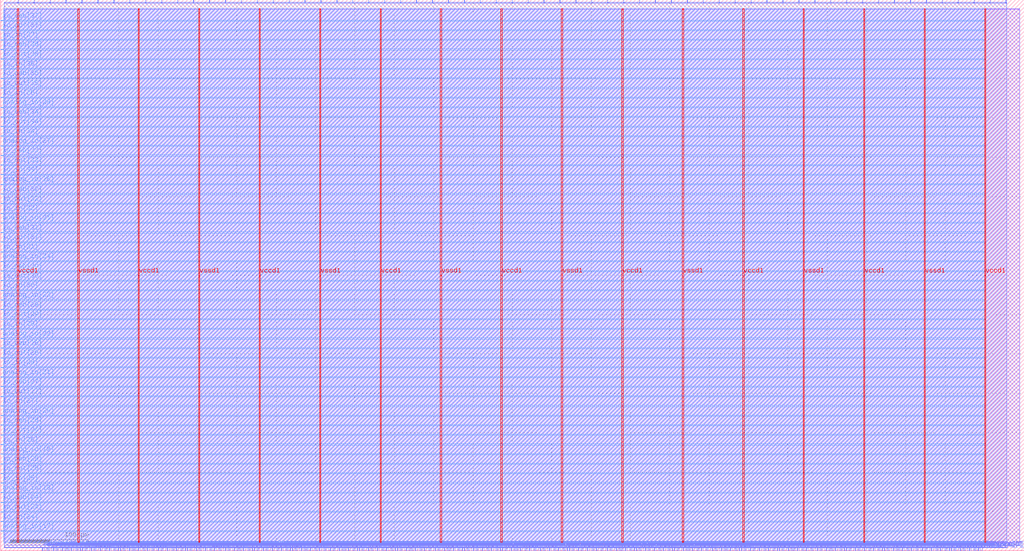
<source format=lef>
VERSION 5.7 ;
  NOWIREEXTENSIONATPIN ON ;
  DIVIDERCHAR "/" ;
  BUSBITCHARS "[]" ;
MACRO TOP_digital
  CLASS BLOCK ;
  FOREIGN TOP_digital ;
  ORIGIN 0.000 0.000 ;
  SIZE 1300.000 BY 700.000 ;
  PIN analog_io[0]
    DIRECTION INOUT ;
    USE SIGNAL ;
    PORT
      LAYER met2 ;
        RECT 1228.290 0.000 1228.570 4.000 ;
    END
  END analog_io[0]
  PIN analog_io[10]
    DIRECTION INOUT ;
    USE SIGNAL ;
    PORT
      LAYER met2 ;
        RECT 730.570 696.000 730.850 700.000 ;
    END
  END analog_io[10]
  PIN analog_io[11]
    DIRECTION INOUT ;
    USE SIGNAL ;
    PORT
      LAYER met2 ;
        RECT 811.530 696.000 811.810 700.000 ;
    END
  END analog_io[11]
  PIN analog_io[12]
    DIRECTION INOUT ;
    USE SIGNAL ;
    PORT
      LAYER met2 ;
        RECT 892.490 696.000 892.770 700.000 ;
    END
  END analog_io[12]
  PIN analog_io[13]
    DIRECTION INOUT ;
    USE SIGNAL ;
    PORT
      LAYER met2 ;
        RECT 973.450 696.000 973.730 700.000 ;
    END
  END analog_io[13]
  PIN analog_io[14]
    DIRECTION INOUT ;
    USE SIGNAL ;
    PORT
      LAYER met2 ;
        RECT 1054.410 696.000 1054.690 700.000 ;
    END
  END analog_io[14]
  PIN analog_io[15]
    DIRECTION INOUT ;
    USE SIGNAL ;
    PORT
      LAYER met2 ;
        RECT 1135.370 696.000 1135.650 700.000 ;
    END
  END analog_io[15]
  PIN analog_io[16]
    DIRECTION INOUT ;
    USE SIGNAL ;
    PORT
      LAYER met2 ;
        RECT 1216.330 696.000 1216.610 700.000 ;
    END
  END analog_io[16]
  PIN analog_io[17]
    DIRECTION INOUT ;
    USE SIGNAL ;
    PORT
      LAYER met3 ;
        RECT 0.000 24.520 4.000 25.120 ;
    END
  END analog_io[17]
  PIN analog_io[18]
    DIRECTION INOUT ;
    USE SIGNAL ;
    PORT
      LAYER met3 ;
        RECT 0.000 73.480 4.000 74.080 ;
    END
  END analog_io[18]
  PIN analog_io[19]
    DIRECTION INOUT ;
    USE SIGNAL ;
    PORT
      LAYER met3 ;
        RECT 0.000 122.440 4.000 123.040 ;
    END
  END analog_io[19]
  PIN analog_io[1]
    DIRECTION INOUT ;
    USE SIGNAL ;
    PORT
      LAYER met2 ;
        RECT 1237.490 0.000 1237.770 4.000 ;
    END
  END analog_io[1]
  PIN analog_io[20]
    DIRECTION INOUT ;
    USE SIGNAL ;
    PORT
      LAYER met3 ;
        RECT 0.000 171.400 4.000 172.000 ;
    END
  END analog_io[20]
  PIN analog_io[21]
    DIRECTION INOUT ;
    USE SIGNAL ;
    PORT
      LAYER met3 ;
        RECT 0.000 220.360 4.000 220.960 ;
    END
  END analog_io[21]
  PIN analog_io[22]
    DIRECTION INOUT ;
    USE SIGNAL ;
    PORT
      LAYER met3 ;
        RECT 0.000 269.320 4.000 269.920 ;
    END
  END analog_io[22]
  PIN analog_io[23]
    DIRECTION INOUT ;
    USE SIGNAL ;
    PORT
      LAYER met3 ;
        RECT 0.000 318.280 4.000 318.880 ;
    END
  END analog_io[23]
  PIN analog_io[24]
    DIRECTION INOUT ;
    USE SIGNAL ;
    PORT
      LAYER met3 ;
        RECT 0.000 367.240 4.000 367.840 ;
    END
  END analog_io[24]
  PIN analog_io[25]
    DIRECTION INOUT ;
    USE SIGNAL ;
    PORT
      LAYER met3 ;
        RECT 0.000 416.200 4.000 416.800 ;
    END
  END analog_io[25]
  PIN analog_io[26]
    DIRECTION INOUT ;
    USE SIGNAL ;
    PORT
      LAYER met3 ;
        RECT 0.000 465.160 4.000 465.760 ;
    END
  END analog_io[26]
  PIN analog_io[27]
    DIRECTION INOUT ;
    USE SIGNAL ;
    PORT
      LAYER met3 ;
        RECT 0.000 514.120 4.000 514.720 ;
    END
  END analog_io[27]
  PIN analog_io[28]
    DIRECTION INOUT ;
    USE SIGNAL ;
    PORT
      LAYER met3 ;
        RECT 0.000 563.080 4.000 563.680 ;
    END
  END analog_io[28]
  PIN analog_io[2]
    DIRECTION INOUT ;
    USE SIGNAL ;
    PORT
      LAYER met2 ;
        RECT 82.890 696.000 83.170 700.000 ;
    END
  END analog_io[2]
  PIN analog_io[3]
    DIRECTION INOUT ;
    USE SIGNAL ;
    PORT
      LAYER met2 ;
        RECT 163.850 696.000 164.130 700.000 ;
    END
  END analog_io[3]
  PIN analog_io[4]
    DIRECTION INOUT ;
    USE SIGNAL ;
    PORT
      LAYER met2 ;
        RECT 244.810 696.000 245.090 700.000 ;
    END
  END analog_io[4]
  PIN analog_io[5]
    DIRECTION INOUT ;
    USE SIGNAL ;
    PORT
      LAYER met2 ;
        RECT 325.770 696.000 326.050 700.000 ;
    END
  END analog_io[5]
  PIN analog_io[6]
    DIRECTION INOUT ;
    USE SIGNAL ;
    PORT
      LAYER met2 ;
        RECT 406.730 696.000 407.010 700.000 ;
    END
  END analog_io[6]
  PIN analog_io[7]
    DIRECTION INOUT ;
    USE SIGNAL ;
    PORT
      LAYER met2 ;
        RECT 487.690 696.000 487.970 700.000 ;
    END
  END analog_io[7]
  PIN analog_io[8]
    DIRECTION INOUT ;
    USE SIGNAL ;
    PORT
      LAYER met2 ;
        RECT 568.650 696.000 568.930 700.000 ;
    END
  END analog_io[8]
  PIN analog_io[9]
    DIRECTION INOUT ;
    USE SIGNAL ;
    PORT
      LAYER met2 ;
        RECT 649.610 696.000 649.890 700.000 ;
    END
  END analog_io[9]
  PIN io_in[0]
    DIRECTION INPUT ;
    USE SIGNAL ;
    PORT
      LAYER met2 ;
        RECT 1179.990 0.000 1180.270 4.000 ;
    END
  END io_in[0]
  PIN io_in[10]
    DIRECTION INPUT ;
    USE SIGNAL ;
    PORT
      LAYER met2 ;
        RECT 184.090 696.000 184.370 700.000 ;
    END
  END io_in[10]
  PIN io_in[11]
    DIRECTION INPUT ;
    USE SIGNAL ;
    PORT
      LAYER met2 ;
        RECT 265.050 696.000 265.330 700.000 ;
    END
  END io_in[11]
  PIN io_in[12]
    DIRECTION INPUT ;
    USE SIGNAL ;
    PORT
      LAYER met2 ;
        RECT 346.010 696.000 346.290 700.000 ;
    END
  END io_in[12]
  PIN io_in[13]
    DIRECTION INPUT ;
    USE SIGNAL ;
    PORT
      LAYER met2 ;
        RECT 426.970 696.000 427.250 700.000 ;
    END
  END io_in[13]
  PIN io_in[14]
    DIRECTION INPUT ;
    USE SIGNAL ;
    PORT
      LAYER met2 ;
        RECT 507.930 696.000 508.210 700.000 ;
    END
  END io_in[14]
  PIN io_in[15]
    DIRECTION INPUT ;
    USE SIGNAL ;
    PORT
      LAYER met2 ;
        RECT 588.890 696.000 589.170 700.000 ;
    END
  END io_in[15]
  PIN io_in[16]
    DIRECTION INPUT ;
    USE SIGNAL ;
    PORT
      LAYER met2 ;
        RECT 669.850 696.000 670.130 700.000 ;
    END
  END io_in[16]
  PIN io_in[17]
    DIRECTION INPUT ;
    USE SIGNAL ;
    PORT
      LAYER met2 ;
        RECT 750.810 696.000 751.090 700.000 ;
    END
  END io_in[17]
  PIN io_in[18]
    DIRECTION INPUT ;
    USE SIGNAL ;
    PORT
      LAYER met2 ;
        RECT 831.770 696.000 832.050 700.000 ;
    END
  END io_in[18]
  PIN io_in[19]
    DIRECTION INPUT ;
    USE SIGNAL ;
    PORT
      LAYER met2 ;
        RECT 912.730 696.000 913.010 700.000 ;
    END
  END io_in[19]
  PIN io_in[1]
    DIRECTION INPUT ;
    USE SIGNAL ;
    PORT
      LAYER met2 ;
        RECT 1186.890 0.000 1187.170 4.000 ;
    END
  END io_in[1]
  PIN io_in[20]
    DIRECTION INPUT ;
    USE SIGNAL ;
    PORT
      LAYER met2 ;
        RECT 993.690 696.000 993.970 700.000 ;
    END
  END io_in[20]
  PIN io_in[21]
    DIRECTION INPUT ;
    USE SIGNAL ;
    PORT
      LAYER met2 ;
        RECT 1074.650 696.000 1074.930 700.000 ;
    END
  END io_in[21]
  PIN io_in[22]
    DIRECTION INPUT ;
    USE SIGNAL ;
    PORT
      LAYER met2 ;
        RECT 1155.610 696.000 1155.890 700.000 ;
    END
  END io_in[22]
  PIN io_in[23]
    DIRECTION INPUT ;
    USE SIGNAL ;
    PORT
      LAYER met2 ;
        RECT 1236.570 696.000 1236.850 700.000 ;
    END
  END io_in[23]
  PIN io_in[24]
    DIRECTION INPUT ;
    USE SIGNAL ;
    PORT
      LAYER met3 ;
        RECT 0.000 36.760 4.000 37.360 ;
    END
  END io_in[24]
  PIN io_in[25]
    DIRECTION INPUT ;
    USE SIGNAL ;
    PORT
      LAYER met3 ;
        RECT 0.000 85.720 4.000 86.320 ;
    END
  END io_in[25]
  PIN io_in[26]
    DIRECTION INPUT ;
    USE SIGNAL ;
    PORT
      LAYER met3 ;
        RECT 0.000 134.680 4.000 135.280 ;
    END
  END io_in[26]
  PIN io_in[27]
    DIRECTION INPUT ;
    USE SIGNAL ;
    PORT
      LAYER met3 ;
        RECT 0.000 183.640 4.000 184.240 ;
    END
  END io_in[27]
  PIN io_in[28]
    DIRECTION INPUT ;
    USE SIGNAL ;
    PORT
      LAYER met3 ;
        RECT 0.000 232.600 4.000 233.200 ;
    END
  END io_in[28]
  PIN io_in[29]
    DIRECTION INPUT ;
    USE SIGNAL ;
    PORT
      LAYER met3 ;
        RECT 0.000 281.560 4.000 282.160 ;
    END
  END io_in[29]
  PIN io_in[2]
    DIRECTION INPUT ;
    USE SIGNAL ;
    PORT
      LAYER met2 ;
        RECT 1193.790 0.000 1194.070 4.000 ;
    END
  END io_in[2]
  PIN io_in[30]
    DIRECTION INPUT ;
    USE SIGNAL ;
    PORT
      LAYER met3 ;
        RECT 0.000 330.520 4.000 331.120 ;
    END
  END io_in[30]
  PIN io_in[31]
    DIRECTION INPUT ;
    USE SIGNAL ;
    PORT
      LAYER met3 ;
        RECT 0.000 379.480 4.000 380.080 ;
    END
  END io_in[31]
  PIN io_in[32]
    DIRECTION INPUT ;
    USE SIGNAL ;
    PORT
      LAYER met3 ;
        RECT 0.000 428.440 4.000 429.040 ;
    END
  END io_in[32]
  PIN io_in[33]
    DIRECTION INPUT ;
    USE SIGNAL ;
    PORT
      LAYER met3 ;
        RECT 0.000 477.400 4.000 478.000 ;
    END
  END io_in[33]
  PIN io_in[34]
    DIRECTION INPUT ;
    USE SIGNAL ;
    PORT
      LAYER met3 ;
        RECT 0.000 526.360 4.000 526.960 ;
    END
  END io_in[34]
  PIN io_in[35]
    DIRECTION INPUT ;
    USE SIGNAL ;
    PORT
      LAYER met3 ;
        RECT 0.000 575.320 4.000 575.920 ;
    END
  END io_in[35]
  PIN io_in[36]
    DIRECTION INPUT ;
    USE SIGNAL ;
    PORT
      LAYER met3 ;
        RECT 0.000 612.040 4.000 612.640 ;
    END
  END io_in[36]
  PIN io_in[37]
    DIRECTION INPUT ;
    USE SIGNAL ;
    PORT
      LAYER met3 ;
        RECT 0.000 648.760 4.000 649.360 ;
    END
  END io_in[37]
  PIN io_in[3]
    DIRECTION INPUT ;
    USE SIGNAL ;
    PORT
      LAYER met2 ;
        RECT 1200.690 0.000 1200.970 4.000 ;
    END
  END io_in[3]
  PIN io_in[4]
    DIRECTION INPUT ;
    USE SIGNAL ;
    PORT
      LAYER met2 ;
        RECT 1207.590 0.000 1207.870 4.000 ;
    END
  END io_in[4]
  PIN io_in[5]
    DIRECTION INPUT ;
    USE SIGNAL ;
    PORT
      LAYER met2 ;
        RECT 1214.490 0.000 1214.770 4.000 ;
    END
  END io_in[5]
  PIN io_in[6]
    DIRECTION INPUT ;
    USE SIGNAL ;
    PORT
      LAYER met2 ;
        RECT 1221.390 0.000 1221.670 4.000 ;
    END
  END io_in[6]
  PIN io_in[7]
    DIRECTION INPUT ;
    USE SIGNAL ;
    PORT
      LAYER met2 ;
        RECT 1230.590 0.000 1230.870 4.000 ;
    END
  END io_in[7]
  PIN io_in[8]
    DIRECTION INPUT ;
    USE SIGNAL ;
    PORT
      LAYER met2 ;
        RECT 22.170 696.000 22.450 700.000 ;
    END
  END io_in[8]
  PIN io_in[9]
    DIRECTION INPUT ;
    USE SIGNAL ;
    PORT
      LAYER met2 ;
        RECT 103.130 696.000 103.410 700.000 ;
    END
  END io_in[9]
  PIN io_oeb[0]
    DIRECTION OUTPUT TRISTATE ;
    USE SIGNAL ;
    PORT
      LAYER met2 ;
        RECT 1184.590 0.000 1184.870 4.000 ;
    END
  END io_oeb[0]
  PIN io_oeb[10]
    DIRECTION OUTPUT TRISTATE ;
    USE SIGNAL ;
    PORT
      LAYER met2 ;
        RECT 224.570 696.000 224.850 700.000 ;
    END
  END io_oeb[10]
  PIN io_oeb[11]
    DIRECTION OUTPUT TRISTATE ;
    USE SIGNAL ;
    PORT
      LAYER met2 ;
        RECT 305.530 696.000 305.810 700.000 ;
    END
  END io_oeb[11]
  PIN io_oeb[12]
    DIRECTION OUTPUT TRISTATE ;
    USE SIGNAL ;
    PORT
      LAYER met2 ;
        RECT 386.490 696.000 386.770 700.000 ;
    END
  END io_oeb[12]
  PIN io_oeb[13]
    DIRECTION OUTPUT TRISTATE ;
    USE SIGNAL ;
    PORT
      LAYER met2 ;
        RECT 467.450 696.000 467.730 700.000 ;
    END
  END io_oeb[13]
  PIN io_oeb[14]
    DIRECTION OUTPUT TRISTATE ;
    USE SIGNAL ;
    PORT
      LAYER met2 ;
        RECT 548.410 696.000 548.690 700.000 ;
    END
  END io_oeb[14]
  PIN io_oeb[15]
    DIRECTION OUTPUT TRISTATE ;
    USE SIGNAL ;
    PORT
      LAYER met2 ;
        RECT 629.370 696.000 629.650 700.000 ;
    END
  END io_oeb[15]
  PIN io_oeb[16]
    DIRECTION OUTPUT TRISTATE ;
    USE SIGNAL ;
    PORT
      LAYER met2 ;
        RECT 710.330 696.000 710.610 700.000 ;
    END
  END io_oeb[16]
  PIN io_oeb[17]
    DIRECTION OUTPUT TRISTATE ;
    USE SIGNAL ;
    PORT
      LAYER met2 ;
        RECT 791.290 696.000 791.570 700.000 ;
    END
  END io_oeb[17]
  PIN io_oeb[18]
    DIRECTION OUTPUT TRISTATE ;
    USE SIGNAL ;
    PORT
      LAYER met2 ;
        RECT 872.250 696.000 872.530 700.000 ;
    END
  END io_oeb[18]
  PIN io_oeb[19]
    DIRECTION OUTPUT TRISTATE ;
    USE SIGNAL ;
    PORT
      LAYER met2 ;
        RECT 953.210 696.000 953.490 700.000 ;
    END
  END io_oeb[19]
  PIN io_oeb[1]
    DIRECTION OUTPUT TRISTATE ;
    USE SIGNAL ;
    PORT
      LAYER met2 ;
        RECT 1191.490 0.000 1191.770 4.000 ;
    END
  END io_oeb[1]
  PIN io_oeb[20]
    DIRECTION OUTPUT TRISTATE ;
    USE SIGNAL ;
    PORT
      LAYER met2 ;
        RECT 1034.170 696.000 1034.450 700.000 ;
    END
  END io_oeb[20]
  PIN io_oeb[21]
    DIRECTION OUTPUT TRISTATE ;
    USE SIGNAL ;
    PORT
      LAYER met2 ;
        RECT 1115.130 696.000 1115.410 700.000 ;
    END
  END io_oeb[21]
  PIN io_oeb[22]
    DIRECTION OUTPUT TRISTATE ;
    USE SIGNAL ;
    PORT
      LAYER met2 ;
        RECT 1196.090 696.000 1196.370 700.000 ;
    END
  END io_oeb[22]
  PIN io_oeb[23]
    DIRECTION OUTPUT TRISTATE ;
    USE SIGNAL ;
    PORT
      LAYER met2 ;
        RECT 1277.050 696.000 1277.330 700.000 ;
    END
  END io_oeb[23]
  PIN io_oeb[24]
    DIRECTION OUTPUT TRISTATE ;
    USE SIGNAL ;
    PORT
      LAYER met3 ;
        RECT 0.000 61.240 4.000 61.840 ;
    END
  END io_oeb[24]
  PIN io_oeb[25]
    DIRECTION OUTPUT TRISTATE ;
    USE SIGNAL ;
    PORT
      LAYER met3 ;
        RECT 0.000 110.200 4.000 110.800 ;
    END
  END io_oeb[25]
  PIN io_oeb[26]
    DIRECTION OUTPUT TRISTATE ;
    USE SIGNAL ;
    PORT
      LAYER met3 ;
        RECT 0.000 159.160 4.000 159.760 ;
    END
  END io_oeb[26]
  PIN io_oeb[27]
    DIRECTION OUTPUT TRISTATE ;
    USE SIGNAL ;
    PORT
      LAYER met3 ;
        RECT 0.000 208.120 4.000 208.720 ;
    END
  END io_oeb[27]
  PIN io_oeb[28]
    DIRECTION OUTPUT TRISTATE ;
    USE SIGNAL ;
    PORT
      LAYER met3 ;
        RECT 0.000 257.080 4.000 257.680 ;
    END
  END io_oeb[28]
  PIN io_oeb[29]
    DIRECTION OUTPUT TRISTATE ;
    USE SIGNAL ;
    PORT
      LAYER met3 ;
        RECT 0.000 306.040 4.000 306.640 ;
    END
  END io_oeb[29]
  PIN io_oeb[2]
    DIRECTION OUTPUT TRISTATE ;
    USE SIGNAL ;
    PORT
      LAYER met2 ;
        RECT 1198.390 0.000 1198.670 4.000 ;
    END
  END io_oeb[2]
  PIN io_oeb[30]
    DIRECTION OUTPUT TRISTATE ;
    USE SIGNAL ;
    PORT
      LAYER met3 ;
        RECT 0.000 355.000 4.000 355.600 ;
    END
  END io_oeb[30]
  PIN io_oeb[31]
    DIRECTION OUTPUT TRISTATE ;
    USE SIGNAL ;
    PORT
      LAYER met3 ;
        RECT 0.000 403.960 4.000 404.560 ;
    END
  END io_oeb[31]
  PIN io_oeb[32]
    DIRECTION OUTPUT TRISTATE ;
    USE SIGNAL ;
    PORT
      LAYER met3 ;
        RECT 0.000 452.920 4.000 453.520 ;
    END
  END io_oeb[32]
  PIN io_oeb[33]
    DIRECTION OUTPUT TRISTATE ;
    USE SIGNAL ;
    PORT
      LAYER met3 ;
        RECT 0.000 501.880 4.000 502.480 ;
    END
  END io_oeb[33]
  PIN io_oeb[34]
    DIRECTION OUTPUT TRISTATE ;
    USE SIGNAL ;
    PORT
      LAYER met3 ;
        RECT 0.000 550.840 4.000 551.440 ;
    END
  END io_oeb[34]
  PIN io_oeb[35]
    DIRECTION OUTPUT TRISTATE ;
    USE SIGNAL ;
    PORT
      LAYER met3 ;
        RECT 0.000 599.800 4.000 600.400 ;
    END
  END io_oeb[35]
  PIN io_oeb[36]
    DIRECTION OUTPUT TRISTATE ;
    USE SIGNAL ;
    PORT
      LAYER met3 ;
        RECT 0.000 636.520 4.000 637.120 ;
    END
  END io_oeb[36]
  PIN io_oeb[37]
    DIRECTION OUTPUT TRISTATE ;
    USE SIGNAL ;
    PORT
      LAYER met3 ;
        RECT 0.000 673.240 4.000 673.840 ;
    END
  END io_oeb[37]
  PIN io_oeb[3]
    DIRECTION OUTPUT TRISTATE ;
    USE SIGNAL ;
    PORT
      LAYER met2 ;
        RECT 1205.290 0.000 1205.570 4.000 ;
    END
  END io_oeb[3]
  PIN io_oeb[4]
    DIRECTION OUTPUT TRISTATE ;
    USE SIGNAL ;
    PORT
      LAYER met2 ;
        RECT 1212.190 0.000 1212.470 4.000 ;
    END
  END io_oeb[4]
  PIN io_oeb[5]
    DIRECTION OUTPUT TRISTATE ;
    USE SIGNAL ;
    PORT
      LAYER met2 ;
        RECT 1219.090 0.000 1219.370 4.000 ;
    END
  END io_oeb[5]
  PIN io_oeb[6]
    DIRECTION OUTPUT TRISTATE ;
    USE SIGNAL ;
    PORT
      LAYER met2 ;
        RECT 1225.990 0.000 1226.270 4.000 ;
    END
  END io_oeb[6]
  PIN io_oeb[7]
    DIRECTION OUTPUT TRISTATE ;
    USE SIGNAL ;
    PORT
      LAYER met2 ;
        RECT 1235.190 0.000 1235.470 4.000 ;
    END
  END io_oeb[7]
  PIN io_oeb[8]
    DIRECTION OUTPUT TRISTATE ;
    USE SIGNAL ;
    PORT
      LAYER met2 ;
        RECT 62.650 696.000 62.930 700.000 ;
    END
  END io_oeb[8]
  PIN io_oeb[9]
    DIRECTION OUTPUT TRISTATE ;
    USE SIGNAL ;
    PORT
      LAYER met2 ;
        RECT 143.610 696.000 143.890 700.000 ;
    END
  END io_oeb[9]
  PIN io_out[0]
    DIRECTION OUTPUT TRISTATE ;
    USE SIGNAL ;
    PORT
      LAYER met2 ;
        RECT 1182.290 0.000 1182.570 4.000 ;
    END
  END io_out[0]
  PIN io_out[10]
    DIRECTION OUTPUT TRISTATE ;
    USE SIGNAL ;
    PORT
      LAYER met2 ;
        RECT 204.330 696.000 204.610 700.000 ;
    END
  END io_out[10]
  PIN io_out[11]
    DIRECTION OUTPUT TRISTATE ;
    USE SIGNAL ;
    PORT
      LAYER met2 ;
        RECT 285.290 696.000 285.570 700.000 ;
    END
  END io_out[11]
  PIN io_out[12]
    DIRECTION OUTPUT TRISTATE ;
    USE SIGNAL ;
    PORT
      LAYER met2 ;
        RECT 366.250 696.000 366.530 700.000 ;
    END
  END io_out[12]
  PIN io_out[13]
    DIRECTION OUTPUT TRISTATE ;
    USE SIGNAL ;
    PORT
      LAYER met2 ;
        RECT 447.210 696.000 447.490 700.000 ;
    END
  END io_out[13]
  PIN io_out[14]
    DIRECTION OUTPUT TRISTATE ;
    USE SIGNAL ;
    PORT
      LAYER met2 ;
        RECT 528.170 696.000 528.450 700.000 ;
    END
  END io_out[14]
  PIN io_out[15]
    DIRECTION OUTPUT TRISTATE ;
    USE SIGNAL ;
    PORT
      LAYER met2 ;
        RECT 609.130 696.000 609.410 700.000 ;
    END
  END io_out[15]
  PIN io_out[16]
    DIRECTION OUTPUT TRISTATE ;
    USE SIGNAL ;
    PORT
      LAYER met2 ;
        RECT 690.090 696.000 690.370 700.000 ;
    END
  END io_out[16]
  PIN io_out[17]
    DIRECTION OUTPUT TRISTATE ;
    USE SIGNAL ;
    PORT
      LAYER met2 ;
        RECT 771.050 696.000 771.330 700.000 ;
    END
  END io_out[17]
  PIN io_out[18]
    DIRECTION OUTPUT TRISTATE ;
    USE SIGNAL ;
    PORT
      LAYER met2 ;
        RECT 852.010 696.000 852.290 700.000 ;
    END
  END io_out[18]
  PIN io_out[19]
    DIRECTION OUTPUT TRISTATE ;
    USE SIGNAL ;
    PORT
      LAYER met2 ;
        RECT 932.970 696.000 933.250 700.000 ;
    END
  END io_out[19]
  PIN io_out[1]
    DIRECTION OUTPUT TRISTATE ;
    USE SIGNAL ;
    PORT
      LAYER met2 ;
        RECT 1189.190 0.000 1189.470 4.000 ;
    END
  END io_out[1]
  PIN io_out[20]
    DIRECTION OUTPUT TRISTATE ;
    USE SIGNAL ;
    PORT
      LAYER met2 ;
        RECT 1013.930 696.000 1014.210 700.000 ;
    END
  END io_out[20]
  PIN io_out[21]
    DIRECTION OUTPUT TRISTATE ;
    USE SIGNAL ;
    PORT
      LAYER met2 ;
        RECT 1094.890 696.000 1095.170 700.000 ;
    END
  END io_out[21]
  PIN io_out[22]
    DIRECTION OUTPUT TRISTATE ;
    USE SIGNAL ;
    PORT
      LAYER met2 ;
        RECT 1175.850 696.000 1176.130 700.000 ;
    END
  END io_out[22]
  PIN io_out[23]
    DIRECTION OUTPUT TRISTATE ;
    USE SIGNAL ;
    PORT
      LAYER met2 ;
        RECT 1256.810 696.000 1257.090 700.000 ;
    END
  END io_out[23]
  PIN io_out[24]
    DIRECTION OUTPUT TRISTATE ;
    USE SIGNAL ;
    PORT
      LAYER met3 ;
        RECT 0.000 49.000 4.000 49.600 ;
    END
  END io_out[24]
  PIN io_out[25]
    DIRECTION OUTPUT TRISTATE ;
    USE SIGNAL ;
    PORT
      LAYER met3 ;
        RECT 0.000 97.960 4.000 98.560 ;
    END
  END io_out[25]
  PIN io_out[26]
    DIRECTION OUTPUT TRISTATE ;
    USE SIGNAL ;
    PORT
      LAYER met3 ;
        RECT 0.000 146.920 4.000 147.520 ;
    END
  END io_out[26]
  PIN io_out[27]
    DIRECTION OUTPUT TRISTATE ;
    USE SIGNAL ;
    PORT
      LAYER met3 ;
        RECT 0.000 195.880 4.000 196.480 ;
    END
  END io_out[27]
  PIN io_out[28]
    DIRECTION OUTPUT TRISTATE ;
    USE SIGNAL ;
    PORT
      LAYER met3 ;
        RECT 0.000 244.840 4.000 245.440 ;
    END
  END io_out[28]
  PIN io_out[29]
    DIRECTION OUTPUT TRISTATE ;
    USE SIGNAL ;
    PORT
      LAYER met3 ;
        RECT 0.000 293.800 4.000 294.400 ;
    END
  END io_out[29]
  PIN io_out[2]
    DIRECTION OUTPUT TRISTATE ;
    USE SIGNAL ;
    PORT
      LAYER met2 ;
        RECT 1196.090 0.000 1196.370 4.000 ;
    END
  END io_out[2]
  PIN io_out[30]
    DIRECTION OUTPUT TRISTATE ;
    USE SIGNAL ;
    PORT
      LAYER met3 ;
        RECT 0.000 342.760 4.000 343.360 ;
    END
  END io_out[30]
  PIN io_out[31]
    DIRECTION OUTPUT TRISTATE ;
    USE SIGNAL ;
    PORT
      LAYER met3 ;
        RECT 0.000 391.720 4.000 392.320 ;
    END
  END io_out[31]
  PIN io_out[32]
    DIRECTION OUTPUT TRISTATE ;
    USE SIGNAL ;
    PORT
      LAYER met3 ;
        RECT 0.000 440.680 4.000 441.280 ;
    END
  END io_out[32]
  PIN io_out[33]
    DIRECTION OUTPUT TRISTATE ;
    USE SIGNAL ;
    PORT
      LAYER met3 ;
        RECT 0.000 489.640 4.000 490.240 ;
    END
  END io_out[33]
  PIN io_out[34]
    DIRECTION OUTPUT TRISTATE ;
    USE SIGNAL ;
    PORT
      LAYER met3 ;
        RECT 0.000 538.600 4.000 539.200 ;
    END
  END io_out[34]
  PIN io_out[35]
    DIRECTION OUTPUT TRISTATE ;
    USE SIGNAL ;
    PORT
      LAYER met3 ;
        RECT 0.000 587.560 4.000 588.160 ;
    END
  END io_out[35]
  PIN io_out[36]
    DIRECTION OUTPUT TRISTATE ;
    USE SIGNAL ;
    PORT
      LAYER met3 ;
        RECT 0.000 624.280 4.000 624.880 ;
    END
  END io_out[36]
  PIN io_out[37]
    DIRECTION OUTPUT TRISTATE ;
    USE SIGNAL ;
    PORT
      LAYER met3 ;
        RECT 0.000 661.000 4.000 661.600 ;
    END
  END io_out[37]
  PIN io_out[3]
    DIRECTION OUTPUT TRISTATE ;
    USE SIGNAL ;
    PORT
      LAYER met2 ;
        RECT 1202.990 0.000 1203.270 4.000 ;
    END
  END io_out[3]
  PIN io_out[4]
    DIRECTION OUTPUT TRISTATE ;
    USE SIGNAL ;
    PORT
      LAYER met2 ;
        RECT 1209.890 0.000 1210.170 4.000 ;
    END
  END io_out[4]
  PIN io_out[5]
    DIRECTION OUTPUT TRISTATE ;
    USE SIGNAL ;
    PORT
      LAYER met2 ;
        RECT 1216.790 0.000 1217.070 4.000 ;
    END
  END io_out[5]
  PIN io_out[6]
    DIRECTION OUTPUT TRISTATE ;
    USE SIGNAL ;
    PORT
      LAYER met2 ;
        RECT 1223.690 0.000 1223.970 4.000 ;
    END
  END io_out[6]
  PIN io_out[7]
    DIRECTION OUTPUT TRISTATE ;
    USE SIGNAL ;
    PORT
      LAYER met2 ;
        RECT 1232.890 0.000 1233.170 4.000 ;
    END
  END io_out[7]
  PIN io_out[8]
    DIRECTION OUTPUT TRISTATE ;
    USE SIGNAL ;
    PORT
      LAYER met2 ;
        RECT 42.410 696.000 42.690 700.000 ;
    END
  END io_out[8]
  PIN io_out[9]
    DIRECTION OUTPUT TRISTATE ;
    USE SIGNAL ;
    PORT
      LAYER met2 ;
        RECT 123.370 696.000 123.650 700.000 ;
    END
  END io_out[9]
  PIN la_data_in[0]
    DIRECTION INPUT ;
    USE SIGNAL ;
    ANTENNAGATEAREA 0.126000 ;
    PORT
      LAYER met2 ;
        RECT 296.790 0.000 297.070 4.000 ;
    END
  END la_data_in[0]
  PIN la_data_in[100]
    DIRECTION INPUT ;
    USE SIGNAL ;
    PORT
      LAYER met2 ;
        RECT 526.790 0.000 527.070 4.000 ;
    END
  END la_data_in[100]
  PIN la_data_in[101]
    DIRECTION INPUT ;
    USE SIGNAL ;
    PORT
      LAYER met2 ;
        RECT 529.090 0.000 529.370 4.000 ;
    END
  END la_data_in[101]
  PIN la_data_in[102]
    DIRECTION INPUT ;
    USE SIGNAL ;
    PORT
      LAYER met2 ;
        RECT 531.390 0.000 531.670 4.000 ;
    END
  END la_data_in[102]
  PIN la_data_in[103]
    DIRECTION INPUT ;
    USE SIGNAL ;
    PORT
      LAYER met2 ;
        RECT 533.690 0.000 533.970 4.000 ;
    END
  END la_data_in[103]
  PIN la_data_in[104]
    DIRECTION INPUT ;
    USE SIGNAL ;
    PORT
      LAYER met2 ;
        RECT 535.990 0.000 536.270 4.000 ;
    END
  END la_data_in[104]
  PIN la_data_in[105]
    DIRECTION INPUT ;
    USE SIGNAL ;
    PORT
      LAYER met2 ;
        RECT 538.290 0.000 538.570 4.000 ;
    END
  END la_data_in[105]
  PIN la_data_in[106]
    DIRECTION INPUT ;
    USE SIGNAL ;
    PORT
      LAYER met2 ;
        RECT 540.590 0.000 540.870 4.000 ;
    END
  END la_data_in[106]
  PIN la_data_in[107]
    DIRECTION INPUT ;
    USE SIGNAL ;
    PORT
      LAYER met2 ;
        RECT 542.890 0.000 543.170 4.000 ;
    END
  END la_data_in[107]
  PIN la_data_in[108]
    DIRECTION INPUT ;
    USE SIGNAL ;
    PORT
      LAYER met2 ;
        RECT 545.190 0.000 545.470 4.000 ;
    END
  END la_data_in[108]
  PIN la_data_in[109]
    DIRECTION INPUT ;
    USE SIGNAL ;
    PORT
      LAYER met2 ;
        RECT 547.490 0.000 547.770 4.000 ;
    END
  END la_data_in[109]
  PIN la_data_in[10]
    DIRECTION INPUT ;
    USE SIGNAL ;
    PORT
      LAYER met2 ;
        RECT 319.790 0.000 320.070 4.000 ;
    END
  END la_data_in[10]
  PIN la_data_in[110]
    DIRECTION INPUT ;
    USE SIGNAL ;
    PORT
      LAYER met2 ;
        RECT 549.790 0.000 550.070 4.000 ;
    END
  END la_data_in[110]
  PIN la_data_in[111]
    DIRECTION INPUT ;
    USE SIGNAL ;
    PORT
      LAYER met2 ;
        RECT 552.090 0.000 552.370 4.000 ;
    END
  END la_data_in[111]
  PIN la_data_in[112]
    DIRECTION INPUT ;
    USE SIGNAL ;
    PORT
      LAYER met2 ;
        RECT 554.390 0.000 554.670 4.000 ;
    END
  END la_data_in[112]
  PIN la_data_in[113]
    DIRECTION INPUT ;
    USE SIGNAL ;
    PORT
      LAYER met2 ;
        RECT 556.690 0.000 556.970 4.000 ;
    END
  END la_data_in[113]
  PIN la_data_in[114]
    DIRECTION INPUT ;
    USE SIGNAL ;
    PORT
      LAYER met2 ;
        RECT 558.990 0.000 559.270 4.000 ;
    END
  END la_data_in[114]
  PIN la_data_in[115]
    DIRECTION INPUT ;
    USE SIGNAL ;
    PORT
      LAYER met2 ;
        RECT 561.290 0.000 561.570 4.000 ;
    END
  END la_data_in[115]
  PIN la_data_in[116]
    DIRECTION INPUT ;
    USE SIGNAL ;
    PORT
      LAYER met2 ;
        RECT 563.590 0.000 563.870 4.000 ;
    END
  END la_data_in[116]
  PIN la_data_in[117]
    DIRECTION INPUT ;
    USE SIGNAL ;
    PORT
      LAYER met2 ;
        RECT 565.890 0.000 566.170 4.000 ;
    END
  END la_data_in[117]
  PIN la_data_in[118]
    DIRECTION INPUT ;
    USE SIGNAL ;
    PORT
      LAYER met2 ;
        RECT 568.190 0.000 568.470 4.000 ;
    END
  END la_data_in[118]
  PIN la_data_in[119]
    DIRECTION INPUT ;
    USE SIGNAL ;
    PORT
      LAYER met2 ;
        RECT 570.490 0.000 570.770 4.000 ;
    END
  END la_data_in[119]
  PIN la_data_in[11]
    DIRECTION INPUT ;
    USE SIGNAL ;
    PORT
      LAYER met2 ;
        RECT 322.090 0.000 322.370 4.000 ;
    END
  END la_data_in[11]
  PIN la_data_in[120]
    DIRECTION INPUT ;
    USE SIGNAL ;
    PORT
      LAYER met2 ;
        RECT 572.790 0.000 573.070 4.000 ;
    END
  END la_data_in[120]
  PIN la_data_in[121]
    DIRECTION INPUT ;
    USE SIGNAL ;
    PORT
      LAYER met2 ;
        RECT 575.090 0.000 575.370 4.000 ;
    END
  END la_data_in[121]
  PIN la_data_in[122]
    DIRECTION INPUT ;
    USE SIGNAL ;
    PORT
      LAYER met2 ;
        RECT 577.390 0.000 577.670 4.000 ;
    END
  END la_data_in[122]
  PIN la_data_in[123]
    DIRECTION INPUT ;
    USE SIGNAL ;
    PORT
      LAYER met2 ;
        RECT 579.690 0.000 579.970 4.000 ;
    END
  END la_data_in[123]
  PIN la_data_in[124]
    DIRECTION INPUT ;
    USE SIGNAL ;
    PORT
      LAYER met2 ;
        RECT 581.990 0.000 582.270 4.000 ;
    END
  END la_data_in[124]
  PIN la_data_in[125]
    DIRECTION INPUT ;
    USE SIGNAL ;
    PORT
      LAYER met2 ;
        RECT 584.290 0.000 584.570 4.000 ;
    END
  END la_data_in[125]
  PIN la_data_in[126]
    DIRECTION INPUT ;
    USE SIGNAL ;
    PORT
      LAYER met2 ;
        RECT 586.590 0.000 586.870 4.000 ;
    END
  END la_data_in[126]
  PIN la_data_in[127]
    DIRECTION INPUT ;
    USE SIGNAL ;
    PORT
      LAYER met2 ;
        RECT 588.890 0.000 589.170 4.000 ;
    END
  END la_data_in[127]
  PIN la_data_in[12]
    DIRECTION INPUT ;
    USE SIGNAL ;
    PORT
      LAYER met2 ;
        RECT 324.390 0.000 324.670 4.000 ;
    END
  END la_data_in[12]
  PIN la_data_in[13]
    DIRECTION INPUT ;
    USE SIGNAL ;
    PORT
      LAYER met2 ;
        RECT 326.690 0.000 326.970 4.000 ;
    END
  END la_data_in[13]
  PIN la_data_in[14]
    DIRECTION INPUT ;
    USE SIGNAL ;
    PORT
      LAYER met2 ;
        RECT 328.990 0.000 329.270 4.000 ;
    END
  END la_data_in[14]
  PIN la_data_in[15]
    DIRECTION INPUT ;
    USE SIGNAL ;
    PORT
      LAYER met2 ;
        RECT 331.290 0.000 331.570 4.000 ;
    END
  END la_data_in[15]
  PIN la_data_in[16]
    DIRECTION INPUT ;
    USE SIGNAL ;
    PORT
      LAYER met2 ;
        RECT 333.590 0.000 333.870 4.000 ;
    END
  END la_data_in[16]
  PIN la_data_in[17]
    DIRECTION INPUT ;
    USE SIGNAL ;
    PORT
      LAYER met2 ;
        RECT 335.890 0.000 336.170 4.000 ;
    END
  END la_data_in[17]
  PIN la_data_in[18]
    DIRECTION INPUT ;
    USE SIGNAL ;
    PORT
      LAYER met2 ;
        RECT 338.190 0.000 338.470 4.000 ;
    END
  END la_data_in[18]
  PIN la_data_in[19]
    DIRECTION INPUT ;
    USE SIGNAL ;
    PORT
      LAYER met2 ;
        RECT 340.490 0.000 340.770 4.000 ;
    END
  END la_data_in[19]
  PIN la_data_in[1]
    DIRECTION INPUT ;
    USE SIGNAL ;
    PORT
      LAYER met2 ;
        RECT 299.090 0.000 299.370 4.000 ;
    END
  END la_data_in[1]
  PIN la_data_in[20]
    DIRECTION INPUT ;
    USE SIGNAL ;
    PORT
      LAYER met2 ;
        RECT 342.790 0.000 343.070 4.000 ;
    END
  END la_data_in[20]
  PIN la_data_in[21]
    DIRECTION INPUT ;
    USE SIGNAL ;
    PORT
      LAYER met2 ;
        RECT 345.090 0.000 345.370 4.000 ;
    END
  END la_data_in[21]
  PIN la_data_in[22]
    DIRECTION INPUT ;
    USE SIGNAL ;
    PORT
      LAYER met2 ;
        RECT 347.390 0.000 347.670 4.000 ;
    END
  END la_data_in[22]
  PIN la_data_in[23]
    DIRECTION INPUT ;
    USE SIGNAL ;
    PORT
      LAYER met2 ;
        RECT 349.690 0.000 349.970 4.000 ;
    END
  END la_data_in[23]
  PIN la_data_in[24]
    DIRECTION INPUT ;
    USE SIGNAL ;
    PORT
      LAYER met2 ;
        RECT 351.990 0.000 352.270 4.000 ;
    END
  END la_data_in[24]
  PIN la_data_in[25]
    DIRECTION INPUT ;
    USE SIGNAL ;
    PORT
      LAYER met2 ;
        RECT 354.290 0.000 354.570 4.000 ;
    END
  END la_data_in[25]
  PIN la_data_in[26]
    DIRECTION INPUT ;
    USE SIGNAL ;
    PORT
      LAYER met2 ;
        RECT 356.590 0.000 356.870 4.000 ;
    END
  END la_data_in[26]
  PIN la_data_in[27]
    DIRECTION INPUT ;
    USE SIGNAL ;
    PORT
      LAYER met2 ;
        RECT 358.890 0.000 359.170 4.000 ;
    END
  END la_data_in[27]
  PIN la_data_in[28]
    DIRECTION INPUT ;
    USE SIGNAL ;
    PORT
      LAYER met2 ;
        RECT 361.190 0.000 361.470 4.000 ;
    END
  END la_data_in[28]
  PIN la_data_in[29]
    DIRECTION INPUT ;
    USE SIGNAL ;
    PORT
      LAYER met2 ;
        RECT 363.490 0.000 363.770 4.000 ;
    END
  END la_data_in[29]
  PIN la_data_in[2]
    DIRECTION INPUT ;
    USE SIGNAL ;
    PORT
      LAYER met2 ;
        RECT 301.390 0.000 301.670 4.000 ;
    END
  END la_data_in[2]
  PIN la_data_in[30]
    DIRECTION INPUT ;
    USE SIGNAL ;
    PORT
      LAYER met2 ;
        RECT 365.790 0.000 366.070 4.000 ;
    END
  END la_data_in[30]
  PIN la_data_in[31]
    DIRECTION INPUT ;
    USE SIGNAL ;
    PORT
      LAYER met2 ;
        RECT 368.090 0.000 368.370 4.000 ;
    END
  END la_data_in[31]
  PIN la_data_in[32]
    DIRECTION INPUT ;
    USE SIGNAL ;
    PORT
      LAYER met2 ;
        RECT 370.390 0.000 370.670 4.000 ;
    END
  END la_data_in[32]
  PIN la_data_in[33]
    DIRECTION INPUT ;
    USE SIGNAL ;
    PORT
      LAYER met2 ;
        RECT 372.690 0.000 372.970 4.000 ;
    END
  END la_data_in[33]
  PIN la_data_in[34]
    DIRECTION INPUT ;
    USE SIGNAL ;
    PORT
      LAYER met2 ;
        RECT 374.990 0.000 375.270 4.000 ;
    END
  END la_data_in[34]
  PIN la_data_in[35]
    DIRECTION INPUT ;
    USE SIGNAL ;
    PORT
      LAYER met2 ;
        RECT 377.290 0.000 377.570 4.000 ;
    END
  END la_data_in[35]
  PIN la_data_in[36]
    DIRECTION INPUT ;
    USE SIGNAL ;
    PORT
      LAYER met2 ;
        RECT 379.590 0.000 379.870 4.000 ;
    END
  END la_data_in[36]
  PIN la_data_in[37]
    DIRECTION INPUT ;
    USE SIGNAL ;
    PORT
      LAYER met2 ;
        RECT 381.890 0.000 382.170 4.000 ;
    END
  END la_data_in[37]
  PIN la_data_in[38]
    DIRECTION INPUT ;
    USE SIGNAL ;
    PORT
      LAYER met2 ;
        RECT 384.190 0.000 384.470 4.000 ;
    END
  END la_data_in[38]
  PIN la_data_in[39]
    DIRECTION INPUT ;
    USE SIGNAL ;
    PORT
      LAYER met2 ;
        RECT 386.490 0.000 386.770 4.000 ;
    END
  END la_data_in[39]
  PIN la_data_in[3]
    DIRECTION INPUT ;
    USE SIGNAL ;
    PORT
      LAYER met2 ;
        RECT 303.690 0.000 303.970 4.000 ;
    END
  END la_data_in[3]
  PIN la_data_in[40]
    DIRECTION INPUT ;
    USE SIGNAL ;
    PORT
      LAYER met2 ;
        RECT 388.790 0.000 389.070 4.000 ;
    END
  END la_data_in[40]
  PIN la_data_in[41]
    DIRECTION INPUT ;
    USE SIGNAL ;
    PORT
      LAYER met2 ;
        RECT 391.090 0.000 391.370 4.000 ;
    END
  END la_data_in[41]
  PIN la_data_in[42]
    DIRECTION INPUT ;
    USE SIGNAL ;
    PORT
      LAYER met2 ;
        RECT 393.390 0.000 393.670 4.000 ;
    END
  END la_data_in[42]
  PIN la_data_in[43]
    DIRECTION INPUT ;
    USE SIGNAL ;
    PORT
      LAYER met2 ;
        RECT 395.690 0.000 395.970 4.000 ;
    END
  END la_data_in[43]
  PIN la_data_in[44]
    DIRECTION INPUT ;
    USE SIGNAL ;
    PORT
      LAYER met2 ;
        RECT 397.990 0.000 398.270 4.000 ;
    END
  END la_data_in[44]
  PIN la_data_in[45]
    DIRECTION INPUT ;
    USE SIGNAL ;
    PORT
      LAYER met2 ;
        RECT 400.290 0.000 400.570 4.000 ;
    END
  END la_data_in[45]
  PIN la_data_in[46]
    DIRECTION INPUT ;
    USE SIGNAL ;
    PORT
      LAYER met2 ;
        RECT 402.590 0.000 402.870 4.000 ;
    END
  END la_data_in[46]
  PIN la_data_in[47]
    DIRECTION INPUT ;
    USE SIGNAL ;
    PORT
      LAYER met2 ;
        RECT 404.890 0.000 405.170 4.000 ;
    END
  END la_data_in[47]
  PIN la_data_in[48]
    DIRECTION INPUT ;
    USE SIGNAL ;
    PORT
      LAYER met2 ;
        RECT 407.190 0.000 407.470 4.000 ;
    END
  END la_data_in[48]
  PIN la_data_in[49]
    DIRECTION INPUT ;
    USE SIGNAL ;
    PORT
      LAYER met2 ;
        RECT 409.490 0.000 409.770 4.000 ;
    END
  END la_data_in[49]
  PIN la_data_in[4]
    DIRECTION INPUT ;
    USE SIGNAL ;
    PORT
      LAYER met2 ;
        RECT 305.990 0.000 306.270 4.000 ;
    END
  END la_data_in[4]
  PIN la_data_in[50]
    DIRECTION INPUT ;
    USE SIGNAL ;
    PORT
      LAYER met2 ;
        RECT 411.790 0.000 412.070 4.000 ;
    END
  END la_data_in[50]
  PIN la_data_in[51]
    DIRECTION INPUT ;
    USE SIGNAL ;
    PORT
      LAYER met2 ;
        RECT 414.090 0.000 414.370 4.000 ;
    END
  END la_data_in[51]
  PIN la_data_in[52]
    DIRECTION INPUT ;
    USE SIGNAL ;
    PORT
      LAYER met2 ;
        RECT 416.390 0.000 416.670 4.000 ;
    END
  END la_data_in[52]
  PIN la_data_in[53]
    DIRECTION INPUT ;
    USE SIGNAL ;
    PORT
      LAYER met2 ;
        RECT 418.690 0.000 418.970 4.000 ;
    END
  END la_data_in[53]
  PIN la_data_in[54]
    DIRECTION INPUT ;
    USE SIGNAL ;
    PORT
      LAYER met2 ;
        RECT 420.990 0.000 421.270 4.000 ;
    END
  END la_data_in[54]
  PIN la_data_in[55]
    DIRECTION INPUT ;
    USE SIGNAL ;
    PORT
      LAYER met2 ;
        RECT 423.290 0.000 423.570 4.000 ;
    END
  END la_data_in[55]
  PIN la_data_in[56]
    DIRECTION INPUT ;
    USE SIGNAL ;
    PORT
      LAYER met2 ;
        RECT 425.590 0.000 425.870 4.000 ;
    END
  END la_data_in[56]
  PIN la_data_in[57]
    DIRECTION INPUT ;
    USE SIGNAL ;
    PORT
      LAYER met2 ;
        RECT 427.890 0.000 428.170 4.000 ;
    END
  END la_data_in[57]
  PIN la_data_in[58]
    DIRECTION INPUT ;
    USE SIGNAL ;
    PORT
      LAYER met2 ;
        RECT 430.190 0.000 430.470 4.000 ;
    END
  END la_data_in[58]
  PIN la_data_in[59]
    DIRECTION INPUT ;
    USE SIGNAL ;
    PORT
      LAYER met2 ;
        RECT 432.490 0.000 432.770 4.000 ;
    END
  END la_data_in[59]
  PIN la_data_in[5]
    DIRECTION INPUT ;
    USE SIGNAL ;
    PORT
      LAYER met2 ;
        RECT 308.290 0.000 308.570 4.000 ;
    END
  END la_data_in[5]
  PIN la_data_in[60]
    DIRECTION INPUT ;
    USE SIGNAL ;
    PORT
      LAYER met2 ;
        RECT 434.790 0.000 435.070 4.000 ;
    END
  END la_data_in[60]
  PIN la_data_in[61]
    DIRECTION INPUT ;
    USE SIGNAL ;
    PORT
      LAYER met2 ;
        RECT 437.090 0.000 437.370 4.000 ;
    END
  END la_data_in[61]
  PIN la_data_in[62]
    DIRECTION INPUT ;
    USE SIGNAL ;
    PORT
      LAYER met2 ;
        RECT 439.390 0.000 439.670 4.000 ;
    END
  END la_data_in[62]
  PIN la_data_in[63]
    DIRECTION INPUT ;
    USE SIGNAL ;
    PORT
      LAYER met2 ;
        RECT 441.690 0.000 441.970 4.000 ;
    END
  END la_data_in[63]
  PIN la_data_in[64]
    DIRECTION INPUT ;
    USE SIGNAL ;
    PORT
      LAYER met2 ;
        RECT 443.990 0.000 444.270 4.000 ;
    END
  END la_data_in[64]
  PIN la_data_in[65]
    DIRECTION INPUT ;
    USE SIGNAL ;
    PORT
      LAYER met2 ;
        RECT 446.290 0.000 446.570 4.000 ;
    END
  END la_data_in[65]
  PIN la_data_in[66]
    DIRECTION INPUT ;
    USE SIGNAL ;
    PORT
      LAYER met2 ;
        RECT 448.590 0.000 448.870 4.000 ;
    END
  END la_data_in[66]
  PIN la_data_in[67]
    DIRECTION INPUT ;
    USE SIGNAL ;
    PORT
      LAYER met2 ;
        RECT 450.890 0.000 451.170 4.000 ;
    END
  END la_data_in[67]
  PIN la_data_in[68]
    DIRECTION INPUT ;
    USE SIGNAL ;
    PORT
      LAYER met2 ;
        RECT 453.190 0.000 453.470 4.000 ;
    END
  END la_data_in[68]
  PIN la_data_in[69]
    DIRECTION INPUT ;
    USE SIGNAL ;
    PORT
      LAYER met2 ;
        RECT 455.490 0.000 455.770 4.000 ;
    END
  END la_data_in[69]
  PIN la_data_in[6]
    DIRECTION INPUT ;
    USE SIGNAL ;
    PORT
      LAYER met2 ;
        RECT 310.590 0.000 310.870 4.000 ;
    END
  END la_data_in[6]
  PIN la_data_in[70]
    DIRECTION INPUT ;
    USE SIGNAL ;
    PORT
      LAYER met2 ;
        RECT 457.790 0.000 458.070 4.000 ;
    END
  END la_data_in[70]
  PIN la_data_in[71]
    DIRECTION INPUT ;
    USE SIGNAL ;
    PORT
      LAYER met2 ;
        RECT 460.090 0.000 460.370 4.000 ;
    END
  END la_data_in[71]
  PIN la_data_in[72]
    DIRECTION INPUT ;
    USE SIGNAL ;
    PORT
      LAYER met2 ;
        RECT 462.390 0.000 462.670 4.000 ;
    END
  END la_data_in[72]
  PIN la_data_in[73]
    DIRECTION INPUT ;
    USE SIGNAL ;
    PORT
      LAYER met2 ;
        RECT 464.690 0.000 464.970 4.000 ;
    END
  END la_data_in[73]
  PIN la_data_in[74]
    DIRECTION INPUT ;
    USE SIGNAL ;
    PORT
      LAYER met2 ;
        RECT 466.990 0.000 467.270 4.000 ;
    END
  END la_data_in[74]
  PIN la_data_in[75]
    DIRECTION INPUT ;
    USE SIGNAL ;
    PORT
      LAYER met2 ;
        RECT 469.290 0.000 469.570 4.000 ;
    END
  END la_data_in[75]
  PIN la_data_in[76]
    DIRECTION INPUT ;
    USE SIGNAL ;
    PORT
      LAYER met2 ;
        RECT 471.590 0.000 471.870 4.000 ;
    END
  END la_data_in[76]
  PIN la_data_in[77]
    DIRECTION INPUT ;
    USE SIGNAL ;
    PORT
      LAYER met2 ;
        RECT 473.890 0.000 474.170 4.000 ;
    END
  END la_data_in[77]
  PIN la_data_in[78]
    DIRECTION INPUT ;
    USE SIGNAL ;
    PORT
      LAYER met2 ;
        RECT 476.190 0.000 476.470 4.000 ;
    END
  END la_data_in[78]
  PIN la_data_in[79]
    DIRECTION INPUT ;
    USE SIGNAL ;
    PORT
      LAYER met2 ;
        RECT 478.490 0.000 478.770 4.000 ;
    END
  END la_data_in[79]
  PIN la_data_in[7]
    DIRECTION INPUT ;
    USE SIGNAL ;
    PORT
      LAYER met2 ;
        RECT 312.890 0.000 313.170 4.000 ;
    END
  END la_data_in[7]
  PIN la_data_in[80]
    DIRECTION INPUT ;
    USE SIGNAL ;
    PORT
      LAYER met2 ;
        RECT 480.790 0.000 481.070 4.000 ;
    END
  END la_data_in[80]
  PIN la_data_in[81]
    DIRECTION INPUT ;
    USE SIGNAL ;
    PORT
      LAYER met2 ;
        RECT 483.090 0.000 483.370 4.000 ;
    END
  END la_data_in[81]
  PIN la_data_in[82]
    DIRECTION INPUT ;
    USE SIGNAL ;
    PORT
      LAYER met2 ;
        RECT 485.390 0.000 485.670 4.000 ;
    END
  END la_data_in[82]
  PIN la_data_in[83]
    DIRECTION INPUT ;
    USE SIGNAL ;
    PORT
      LAYER met2 ;
        RECT 487.690 0.000 487.970 4.000 ;
    END
  END la_data_in[83]
  PIN la_data_in[84]
    DIRECTION INPUT ;
    USE SIGNAL ;
    PORT
      LAYER met2 ;
        RECT 489.990 0.000 490.270 4.000 ;
    END
  END la_data_in[84]
  PIN la_data_in[85]
    DIRECTION INPUT ;
    USE SIGNAL ;
    PORT
      LAYER met2 ;
        RECT 492.290 0.000 492.570 4.000 ;
    END
  END la_data_in[85]
  PIN la_data_in[86]
    DIRECTION INPUT ;
    USE SIGNAL ;
    PORT
      LAYER met2 ;
        RECT 494.590 0.000 494.870 4.000 ;
    END
  END la_data_in[86]
  PIN la_data_in[87]
    DIRECTION INPUT ;
    USE SIGNAL ;
    PORT
      LAYER met2 ;
        RECT 496.890 0.000 497.170 4.000 ;
    END
  END la_data_in[87]
  PIN la_data_in[88]
    DIRECTION INPUT ;
    USE SIGNAL ;
    PORT
      LAYER met2 ;
        RECT 499.190 0.000 499.470 4.000 ;
    END
  END la_data_in[88]
  PIN la_data_in[89]
    DIRECTION INPUT ;
    USE SIGNAL ;
    PORT
      LAYER met2 ;
        RECT 501.490 0.000 501.770 4.000 ;
    END
  END la_data_in[89]
  PIN la_data_in[8]
    DIRECTION INPUT ;
    USE SIGNAL ;
    PORT
      LAYER met2 ;
        RECT 315.190 0.000 315.470 4.000 ;
    END
  END la_data_in[8]
  PIN la_data_in[90]
    DIRECTION INPUT ;
    USE SIGNAL ;
    PORT
      LAYER met2 ;
        RECT 503.790 0.000 504.070 4.000 ;
    END
  END la_data_in[90]
  PIN la_data_in[91]
    DIRECTION INPUT ;
    USE SIGNAL ;
    PORT
      LAYER met2 ;
        RECT 506.090 0.000 506.370 4.000 ;
    END
  END la_data_in[91]
  PIN la_data_in[92]
    DIRECTION INPUT ;
    USE SIGNAL ;
    PORT
      LAYER met2 ;
        RECT 508.390 0.000 508.670 4.000 ;
    END
  END la_data_in[92]
  PIN la_data_in[93]
    DIRECTION INPUT ;
    USE SIGNAL ;
    PORT
      LAYER met2 ;
        RECT 510.690 0.000 510.970 4.000 ;
    END
  END la_data_in[93]
  PIN la_data_in[94]
    DIRECTION INPUT ;
    USE SIGNAL ;
    PORT
      LAYER met2 ;
        RECT 512.990 0.000 513.270 4.000 ;
    END
  END la_data_in[94]
  PIN la_data_in[95]
    DIRECTION INPUT ;
    USE SIGNAL ;
    PORT
      LAYER met2 ;
        RECT 515.290 0.000 515.570 4.000 ;
    END
  END la_data_in[95]
  PIN la_data_in[96]
    DIRECTION INPUT ;
    USE SIGNAL ;
    PORT
      LAYER met2 ;
        RECT 517.590 0.000 517.870 4.000 ;
    END
  END la_data_in[96]
  PIN la_data_in[97]
    DIRECTION INPUT ;
    USE SIGNAL ;
    PORT
      LAYER met2 ;
        RECT 519.890 0.000 520.170 4.000 ;
    END
  END la_data_in[97]
  PIN la_data_in[98]
    DIRECTION INPUT ;
    USE SIGNAL ;
    PORT
      LAYER met2 ;
        RECT 522.190 0.000 522.470 4.000 ;
    END
  END la_data_in[98]
  PIN la_data_in[99]
    DIRECTION INPUT ;
    USE SIGNAL ;
    PORT
      LAYER met2 ;
        RECT 524.490 0.000 524.770 4.000 ;
    END
  END la_data_in[99]
  PIN la_data_in[9]
    DIRECTION INPUT ;
    USE SIGNAL ;
    PORT
      LAYER met2 ;
        RECT 317.490 0.000 317.770 4.000 ;
    END
  END la_data_in[9]
  PIN la_data_out[0]
    DIRECTION OUTPUT TRISTATE ;
    USE SIGNAL ;
    PORT
      LAYER met2 ;
        RECT 591.190 0.000 591.470 4.000 ;
    END
  END la_data_out[0]
  PIN la_data_out[100]
    DIRECTION OUTPUT TRISTATE ;
    USE SIGNAL ;
    PORT
      LAYER met2 ;
        RECT 821.190 0.000 821.470 4.000 ;
    END
  END la_data_out[100]
  PIN la_data_out[101]
    DIRECTION OUTPUT TRISTATE ;
    USE SIGNAL ;
    PORT
      LAYER met2 ;
        RECT 823.490 0.000 823.770 4.000 ;
    END
  END la_data_out[101]
  PIN la_data_out[102]
    DIRECTION OUTPUT TRISTATE ;
    USE SIGNAL ;
    PORT
      LAYER met2 ;
        RECT 825.790 0.000 826.070 4.000 ;
    END
  END la_data_out[102]
  PIN la_data_out[103]
    DIRECTION OUTPUT TRISTATE ;
    USE SIGNAL ;
    PORT
      LAYER met2 ;
        RECT 828.090 0.000 828.370 4.000 ;
    END
  END la_data_out[103]
  PIN la_data_out[104]
    DIRECTION OUTPUT TRISTATE ;
    USE SIGNAL ;
    PORT
      LAYER met2 ;
        RECT 830.390 0.000 830.670 4.000 ;
    END
  END la_data_out[104]
  PIN la_data_out[105]
    DIRECTION OUTPUT TRISTATE ;
    USE SIGNAL ;
    PORT
      LAYER met2 ;
        RECT 832.690 0.000 832.970 4.000 ;
    END
  END la_data_out[105]
  PIN la_data_out[106]
    DIRECTION OUTPUT TRISTATE ;
    USE SIGNAL ;
    PORT
      LAYER met2 ;
        RECT 834.990 0.000 835.270 4.000 ;
    END
  END la_data_out[106]
  PIN la_data_out[107]
    DIRECTION OUTPUT TRISTATE ;
    USE SIGNAL ;
    PORT
      LAYER met2 ;
        RECT 837.290 0.000 837.570 4.000 ;
    END
  END la_data_out[107]
  PIN la_data_out[108]
    DIRECTION OUTPUT TRISTATE ;
    USE SIGNAL ;
    PORT
      LAYER met2 ;
        RECT 839.590 0.000 839.870 4.000 ;
    END
  END la_data_out[108]
  PIN la_data_out[109]
    DIRECTION OUTPUT TRISTATE ;
    USE SIGNAL ;
    PORT
      LAYER met2 ;
        RECT 841.890 0.000 842.170 4.000 ;
    END
  END la_data_out[109]
  PIN la_data_out[10]
    DIRECTION OUTPUT TRISTATE ;
    USE SIGNAL ;
    PORT
      LAYER met2 ;
        RECT 614.190 0.000 614.470 4.000 ;
    END
  END la_data_out[10]
  PIN la_data_out[110]
    DIRECTION OUTPUT TRISTATE ;
    USE SIGNAL ;
    PORT
      LAYER met2 ;
        RECT 844.190 0.000 844.470 4.000 ;
    END
  END la_data_out[110]
  PIN la_data_out[111]
    DIRECTION OUTPUT TRISTATE ;
    USE SIGNAL ;
    PORT
      LAYER met2 ;
        RECT 846.490 0.000 846.770 4.000 ;
    END
  END la_data_out[111]
  PIN la_data_out[112]
    DIRECTION OUTPUT TRISTATE ;
    USE SIGNAL ;
    PORT
      LAYER met2 ;
        RECT 848.790 0.000 849.070 4.000 ;
    END
  END la_data_out[112]
  PIN la_data_out[113]
    DIRECTION OUTPUT TRISTATE ;
    USE SIGNAL ;
    PORT
      LAYER met2 ;
        RECT 851.090 0.000 851.370 4.000 ;
    END
  END la_data_out[113]
  PIN la_data_out[114]
    DIRECTION OUTPUT TRISTATE ;
    USE SIGNAL ;
    PORT
      LAYER met2 ;
        RECT 853.390 0.000 853.670 4.000 ;
    END
  END la_data_out[114]
  PIN la_data_out[115]
    DIRECTION OUTPUT TRISTATE ;
    USE SIGNAL ;
    PORT
      LAYER met2 ;
        RECT 855.690 0.000 855.970 4.000 ;
    END
  END la_data_out[115]
  PIN la_data_out[116]
    DIRECTION OUTPUT TRISTATE ;
    USE SIGNAL ;
    PORT
      LAYER met2 ;
        RECT 857.990 0.000 858.270 4.000 ;
    END
  END la_data_out[116]
  PIN la_data_out[117]
    DIRECTION OUTPUT TRISTATE ;
    USE SIGNAL ;
    PORT
      LAYER met2 ;
        RECT 860.290 0.000 860.570 4.000 ;
    END
  END la_data_out[117]
  PIN la_data_out[118]
    DIRECTION OUTPUT TRISTATE ;
    USE SIGNAL ;
    PORT
      LAYER met2 ;
        RECT 862.590 0.000 862.870 4.000 ;
    END
  END la_data_out[118]
  PIN la_data_out[119]
    DIRECTION OUTPUT TRISTATE ;
    USE SIGNAL ;
    PORT
      LAYER met2 ;
        RECT 864.890 0.000 865.170 4.000 ;
    END
  END la_data_out[119]
  PIN la_data_out[11]
    DIRECTION OUTPUT TRISTATE ;
    USE SIGNAL ;
    PORT
      LAYER met2 ;
        RECT 616.490 0.000 616.770 4.000 ;
    END
  END la_data_out[11]
  PIN la_data_out[120]
    DIRECTION OUTPUT TRISTATE ;
    USE SIGNAL ;
    PORT
      LAYER met2 ;
        RECT 867.190 0.000 867.470 4.000 ;
    END
  END la_data_out[120]
  PIN la_data_out[121]
    DIRECTION OUTPUT TRISTATE ;
    USE SIGNAL ;
    PORT
      LAYER met2 ;
        RECT 869.490 0.000 869.770 4.000 ;
    END
  END la_data_out[121]
  PIN la_data_out[122]
    DIRECTION OUTPUT TRISTATE ;
    USE SIGNAL ;
    PORT
      LAYER met2 ;
        RECT 871.790 0.000 872.070 4.000 ;
    END
  END la_data_out[122]
  PIN la_data_out[123]
    DIRECTION OUTPUT TRISTATE ;
    USE SIGNAL ;
    PORT
      LAYER met2 ;
        RECT 874.090 0.000 874.370 4.000 ;
    END
  END la_data_out[123]
  PIN la_data_out[124]
    DIRECTION OUTPUT TRISTATE ;
    USE SIGNAL ;
    PORT
      LAYER met2 ;
        RECT 876.390 0.000 876.670 4.000 ;
    END
  END la_data_out[124]
  PIN la_data_out[125]
    DIRECTION OUTPUT TRISTATE ;
    USE SIGNAL ;
    PORT
      LAYER met2 ;
        RECT 878.690 0.000 878.970 4.000 ;
    END
  END la_data_out[125]
  PIN la_data_out[126]
    DIRECTION OUTPUT TRISTATE ;
    USE SIGNAL ;
    PORT
      LAYER met2 ;
        RECT 880.990 0.000 881.270 4.000 ;
    END
  END la_data_out[126]
  PIN la_data_out[127]
    DIRECTION OUTPUT TRISTATE ;
    USE SIGNAL ;
    PORT
      LAYER met2 ;
        RECT 883.290 0.000 883.570 4.000 ;
    END
  END la_data_out[127]
  PIN la_data_out[12]
    DIRECTION OUTPUT TRISTATE ;
    USE SIGNAL ;
    PORT
      LAYER met2 ;
        RECT 618.790 0.000 619.070 4.000 ;
    END
  END la_data_out[12]
  PIN la_data_out[13]
    DIRECTION OUTPUT TRISTATE ;
    USE SIGNAL ;
    PORT
      LAYER met2 ;
        RECT 621.090 0.000 621.370 4.000 ;
    END
  END la_data_out[13]
  PIN la_data_out[14]
    DIRECTION OUTPUT TRISTATE ;
    USE SIGNAL ;
    PORT
      LAYER met2 ;
        RECT 623.390 0.000 623.670 4.000 ;
    END
  END la_data_out[14]
  PIN la_data_out[15]
    DIRECTION OUTPUT TRISTATE ;
    USE SIGNAL ;
    PORT
      LAYER met2 ;
        RECT 625.690 0.000 625.970 4.000 ;
    END
  END la_data_out[15]
  PIN la_data_out[16]
    DIRECTION OUTPUT TRISTATE ;
    USE SIGNAL ;
    PORT
      LAYER met2 ;
        RECT 627.990 0.000 628.270 4.000 ;
    END
  END la_data_out[16]
  PIN la_data_out[17]
    DIRECTION OUTPUT TRISTATE ;
    USE SIGNAL ;
    PORT
      LAYER met2 ;
        RECT 630.290 0.000 630.570 4.000 ;
    END
  END la_data_out[17]
  PIN la_data_out[18]
    DIRECTION OUTPUT TRISTATE ;
    USE SIGNAL ;
    PORT
      LAYER met2 ;
        RECT 632.590 0.000 632.870 4.000 ;
    END
  END la_data_out[18]
  PIN la_data_out[19]
    DIRECTION OUTPUT TRISTATE ;
    USE SIGNAL ;
    PORT
      LAYER met2 ;
        RECT 634.890 0.000 635.170 4.000 ;
    END
  END la_data_out[19]
  PIN la_data_out[1]
    DIRECTION OUTPUT TRISTATE ;
    USE SIGNAL ;
    PORT
      LAYER met2 ;
        RECT 593.490 0.000 593.770 4.000 ;
    END
  END la_data_out[1]
  PIN la_data_out[20]
    DIRECTION OUTPUT TRISTATE ;
    USE SIGNAL ;
    PORT
      LAYER met2 ;
        RECT 637.190 0.000 637.470 4.000 ;
    END
  END la_data_out[20]
  PIN la_data_out[21]
    DIRECTION OUTPUT TRISTATE ;
    USE SIGNAL ;
    PORT
      LAYER met2 ;
        RECT 639.490 0.000 639.770 4.000 ;
    END
  END la_data_out[21]
  PIN la_data_out[22]
    DIRECTION OUTPUT TRISTATE ;
    USE SIGNAL ;
    PORT
      LAYER met2 ;
        RECT 641.790 0.000 642.070 4.000 ;
    END
  END la_data_out[22]
  PIN la_data_out[23]
    DIRECTION OUTPUT TRISTATE ;
    USE SIGNAL ;
    PORT
      LAYER met2 ;
        RECT 644.090 0.000 644.370 4.000 ;
    END
  END la_data_out[23]
  PIN la_data_out[24]
    DIRECTION OUTPUT TRISTATE ;
    USE SIGNAL ;
    PORT
      LAYER met2 ;
        RECT 646.390 0.000 646.670 4.000 ;
    END
  END la_data_out[24]
  PIN la_data_out[25]
    DIRECTION OUTPUT TRISTATE ;
    USE SIGNAL ;
    PORT
      LAYER met2 ;
        RECT 648.690 0.000 648.970 4.000 ;
    END
  END la_data_out[25]
  PIN la_data_out[26]
    DIRECTION OUTPUT TRISTATE ;
    USE SIGNAL ;
    PORT
      LAYER met2 ;
        RECT 650.990 0.000 651.270 4.000 ;
    END
  END la_data_out[26]
  PIN la_data_out[27]
    DIRECTION OUTPUT TRISTATE ;
    USE SIGNAL ;
    PORT
      LAYER met2 ;
        RECT 653.290 0.000 653.570 4.000 ;
    END
  END la_data_out[27]
  PIN la_data_out[28]
    DIRECTION OUTPUT TRISTATE ;
    USE SIGNAL ;
    PORT
      LAYER met2 ;
        RECT 655.590 0.000 655.870 4.000 ;
    END
  END la_data_out[28]
  PIN la_data_out[29]
    DIRECTION OUTPUT TRISTATE ;
    USE SIGNAL ;
    PORT
      LAYER met2 ;
        RECT 657.890 0.000 658.170 4.000 ;
    END
  END la_data_out[29]
  PIN la_data_out[2]
    DIRECTION OUTPUT TRISTATE ;
    USE SIGNAL ;
    PORT
      LAYER met2 ;
        RECT 595.790 0.000 596.070 4.000 ;
    END
  END la_data_out[2]
  PIN la_data_out[30]
    DIRECTION OUTPUT TRISTATE ;
    USE SIGNAL ;
    PORT
      LAYER met2 ;
        RECT 660.190 0.000 660.470 4.000 ;
    END
  END la_data_out[30]
  PIN la_data_out[31]
    DIRECTION OUTPUT TRISTATE ;
    USE SIGNAL ;
    PORT
      LAYER met2 ;
        RECT 662.490 0.000 662.770 4.000 ;
    END
  END la_data_out[31]
  PIN la_data_out[32]
    DIRECTION OUTPUT TRISTATE ;
    USE SIGNAL ;
    PORT
      LAYER met2 ;
        RECT 664.790 0.000 665.070 4.000 ;
    END
  END la_data_out[32]
  PIN la_data_out[33]
    DIRECTION OUTPUT TRISTATE ;
    USE SIGNAL ;
    PORT
      LAYER met2 ;
        RECT 667.090 0.000 667.370 4.000 ;
    END
  END la_data_out[33]
  PIN la_data_out[34]
    DIRECTION OUTPUT TRISTATE ;
    USE SIGNAL ;
    PORT
      LAYER met2 ;
        RECT 669.390 0.000 669.670 4.000 ;
    END
  END la_data_out[34]
  PIN la_data_out[35]
    DIRECTION OUTPUT TRISTATE ;
    USE SIGNAL ;
    PORT
      LAYER met2 ;
        RECT 671.690 0.000 671.970 4.000 ;
    END
  END la_data_out[35]
  PIN la_data_out[36]
    DIRECTION OUTPUT TRISTATE ;
    USE SIGNAL ;
    PORT
      LAYER met2 ;
        RECT 673.990 0.000 674.270 4.000 ;
    END
  END la_data_out[36]
  PIN la_data_out[37]
    DIRECTION OUTPUT TRISTATE ;
    USE SIGNAL ;
    PORT
      LAYER met2 ;
        RECT 676.290 0.000 676.570 4.000 ;
    END
  END la_data_out[37]
  PIN la_data_out[38]
    DIRECTION OUTPUT TRISTATE ;
    USE SIGNAL ;
    PORT
      LAYER met2 ;
        RECT 678.590 0.000 678.870 4.000 ;
    END
  END la_data_out[38]
  PIN la_data_out[39]
    DIRECTION OUTPUT TRISTATE ;
    USE SIGNAL ;
    PORT
      LAYER met2 ;
        RECT 680.890 0.000 681.170 4.000 ;
    END
  END la_data_out[39]
  PIN la_data_out[3]
    DIRECTION OUTPUT TRISTATE ;
    USE SIGNAL ;
    PORT
      LAYER met2 ;
        RECT 598.090 0.000 598.370 4.000 ;
    END
  END la_data_out[3]
  PIN la_data_out[40]
    DIRECTION OUTPUT TRISTATE ;
    USE SIGNAL ;
    PORT
      LAYER met2 ;
        RECT 683.190 0.000 683.470 4.000 ;
    END
  END la_data_out[40]
  PIN la_data_out[41]
    DIRECTION OUTPUT TRISTATE ;
    USE SIGNAL ;
    PORT
      LAYER met2 ;
        RECT 685.490 0.000 685.770 4.000 ;
    END
  END la_data_out[41]
  PIN la_data_out[42]
    DIRECTION OUTPUT TRISTATE ;
    USE SIGNAL ;
    PORT
      LAYER met2 ;
        RECT 687.790 0.000 688.070 4.000 ;
    END
  END la_data_out[42]
  PIN la_data_out[43]
    DIRECTION OUTPUT TRISTATE ;
    USE SIGNAL ;
    PORT
      LAYER met2 ;
        RECT 690.090 0.000 690.370 4.000 ;
    END
  END la_data_out[43]
  PIN la_data_out[44]
    DIRECTION OUTPUT TRISTATE ;
    USE SIGNAL ;
    PORT
      LAYER met2 ;
        RECT 692.390 0.000 692.670 4.000 ;
    END
  END la_data_out[44]
  PIN la_data_out[45]
    DIRECTION OUTPUT TRISTATE ;
    USE SIGNAL ;
    PORT
      LAYER met2 ;
        RECT 694.690 0.000 694.970 4.000 ;
    END
  END la_data_out[45]
  PIN la_data_out[46]
    DIRECTION OUTPUT TRISTATE ;
    USE SIGNAL ;
    PORT
      LAYER met2 ;
        RECT 696.990 0.000 697.270 4.000 ;
    END
  END la_data_out[46]
  PIN la_data_out[47]
    DIRECTION OUTPUT TRISTATE ;
    USE SIGNAL ;
    PORT
      LAYER met2 ;
        RECT 699.290 0.000 699.570 4.000 ;
    END
  END la_data_out[47]
  PIN la_data_out[48]
    DIRECTION OUTPUT TRISTATE ;
    USE SIGNAL ;
    PORT
      LAYER met2 ;
        RECT 701.590 0.000 701.870 4.000 ;
    END
  END la_data_out[48]
  PIN la_data_out[49]
    DIRECTION OUTPUT TRISTATE ;
    USE SIGNAL ;
    PORT
      LAYER met2 ;
        RECT 703.890 0.000 704.170 4.000 ;
    END
  END la_data_out[49]
  PIN la_data_out[4]
    DIRECTION OUTPUT TRISTATE ;
    USE SIGNAL ;
    PORT
      LAYER met2 ;
        RECT 600.390 0.000 600.670 4.000 ;
    END
  END la_data_out[4]
  PIN la_data_out[50]
    DIRECTION OUTPUT TRISTATE ;
    USE SIGNAL ;
    PORT
      LAYER met2 ;
        RECT 706.190 0.000 706.470 4.000 ;
    END
  END la_data_out[50]
  PIN la_data_out[51]
    DIRECTION OUTPUT TRISTATE ;
    USE SIGNAL ;
    PORT
      LAYER met2 ;
        RECT 708.490 0.000 708.770 4.000 ;
    END
  END la_data_out[51]
  PIN la_data_out[52]
    DIRECTION OUTPUT TRISTATE ;
    USE SIGNAL ;
    PORT
      LAYER met2 ;
        RECT 710.790 0.000 711.070 4.000 ;
    END
  END la_data_out[52]
  PIN la_data_out[53]
    DIRECTION OUTPUT TRISTATE ;
    USE SIGNAL ;
    PORT
      LAYER met2 ;
        RECT 713.090 0.000 713.370 4.000 ;
    END
  END la_data_out[53]
  PIN la_data_out[54]
    DIRECTION OUTPUT TRISTATE ;
    USE SIGNAL ;
    PORT
      LAYER met2 ;
        RECT 715.390 0.000 715.670 4.000 ;
    END
  END la_data_out[54]
  PIN la_data_out[55]
    DIRECTION OUTPUT TRISTATE ;
    USE SIGNAL ;
    PORT
      LAYER met2 ;
        RECT 717.690 0.000 717.970 4.000 ;
    END
  END la_data_out[55]
  PIN la_data_out[56]
    DIRECTION OUTPUT TRISTATE ;
    USE SIGNAL ;
    PORT
      LAYER met2 ;
        RECT 719.990 0.000 720.270 4.000 ;
    END
  END la_data_out[56]
  PIN la_data_out[57]
    DIRECTION OUTPUT TRISTATE ;
    USE SIGNAL ;
    PORT
      LAYER met2 ;
        RECT 722.290 0.000 722.570 4.000 ;
    END
  END la_data_out[57]
  PIN la_data_out[58]
    DIRECTION OUTPUT TRISTATE ;
    USE SIGNAL ;
    PORT
      LAYER met2 ;
        RECT 724.590 0.000 724.870 4.000 ;
    END
  END la_data_out[58]
  PIN la_data_out[59]
    DIRECTION OUTPUT TRISTATE ;
    USE SIGNAL ;
    PORT
      LAYER met2 ;
        RECT 726.890 0.000 727.170 4.000 ;
    END
  END la_data_out[59]
  PIN la_data_out[5]
    DIRECTION OUTPUT TRISTATE ;
    USE SIGNAL ;
    PORT
      LAYER met2 ;
        RECT 602.690 0.000 602.970 4.000 ;
    END
  END la_data_out[5]
  PIN la_data_out[60]
    DIRECTION OUTPUT TRISTATE ;
    USE SIGNAL ;
    PORT
      LAYER met2 ;
        RECT 729.190 0.000 729.470 4.000 ;
    END
  END la_data_out[60]
  PIN la_data_out[61]
    DIRECTION OUTPUT TRISTATE ;
    USE SIGNAL ;
    PORT
      LAYER met2 ;
        RECT 731.490 0.000 731.770 4.000 ;
    END
  END la_data_out[61]
  PIN la_data_out[62]
    DIRECTION OUTPUT TRISTATE ;
    USE SIGNAL ;
    PORT
      LAYER met2 ;
        RECT 733.790 0.000 734.070 4.000 ;
    END
  END la_data_out[62]
  PIN la_data_out[63]
    DIRECTION OUTPUT TRISTATE ;
    USE SIGNAL ;
    PORT
      LAYER met2 ;
        RECT 736.090 0.000 736.370 4.000 ;
    END
  END la_data_out[63]
  PIN la_data_out[64]
    DIRECTION OUTPUT TRISTATE ;
    USE SIGNAL ;
    PORT
      LAYER met2 ;
        RECT 738.390 0.000 738.670 4.000 ;
    END
  END la_data_out[64]
  PIN la_data_out[65]
    DIRECTION OUTPUT TRISTATE ;
    USE SIGNAL ;
    PORT
      LAYER met2 ;
        RECT 740.690 0.000 740.970 4.000 ;
    END
  END la_data_out[65]
  PIN la_data_out[66]
    DIRECTION OUTPUT TRISTATE ;
    USE SIGNAL ;
    PORT
      LAYER met2 ;
        RECT 742.990 0.000 743.270 4.000 ;
    END
  END la_data_out[66]
  PIN la_data_out[67]
    DIRECTION OUTPUT TRISTATE ;
    USE SIGNAL ;
    PORT
      LAYER met2 ;
        RECT 745.290 0.000 745.570 4.000 ;
    END
  END la_data_out[67]
  PIN la_data_out[68]
    DIRECTION OUTPUT TRISTATE ;
    USE SIGNAL ;
    PORT
      LAYER met2 ;
        RECT 747.590 0.000 747.870 4.000 ;
    END
  END la_data_out[68]
  PIN la_data_out[69]
    DIRECTION OUTPUT TRISTATE ;
    USE SIGNAL ;
    PORT
      LAYER met2 ;
        RECT 749.890 0.000 750.170 4.000 ;
    END
  END la_data_out[69]
  PIN la_data_out[6]
    DIRECTION OUTPUT TRISTATE ;
    USE SIGNAL ;
    PORT
      LAYER met2 ;
        RECT 604.990 0.000 605.270 4.000 ;
    END
  END la_data_out[6]
  PIN la_data_out[70]
    DIRECTION OUTPUT TRISTATE ;
    USE SIGNAL ;
    PORT
      LAYER met2 ;
        RECT 752.190 0.000 752.470 4.000 ;
    END
  END la_data_out[70]
  PIN la_data_out[71]
    DIRECTION OUTPUT TRISTATE ;
    USE SIGNAL ;
    PORT
      LAYER met2 ;
        RECT 754.490 0.000 754.770 4.000 ;
    END
  END la_data_out[71]
  PIN la_data_out[72]
    DIRECTION OUTPUT TRISTATE ;
    USE SIGNAL ;
    PORT
      LAYER met2 ;
        RECT 756.790 0.000 757.070 4.000 ;
    END
  END la_data_out[72]
  PIN la_data_out[73]
    DIRECTION OUTPUT TRISTATE ;
    USE SIGNAL ;
    PORT
      LAYER met2 ;
        RECT 759.090 0.000 759.370 4.000 ;
    END
  END la_data_out[73]
  PIN la_data_out[74]
    DIRECTION OUTPUT TRISTATE ;
    USE SIGNAL ;
    PORT
      LAYER met2 ;
        RECT 761.390 0.000 761.670 4.000 ;
    END
  END la_data_out[74]
  PIN la_data_out[75]
    DIRECTION OUTPUT TRISTATE ;
    USE SIGNAL ;
    PORT
      LAYER met2 ;
        RECT 763.690 0.000 763.970 4.000 ;
    END
  END la_data_out[75]
  PIN la_data_out[76]
    DIRECTION OUTPUT TRISTATE ;
    USE SIGNAL ;
    PORT
      LAYER met2 ;
        RECT 765.990 0.000 766.270 4.000 ;
    END
  END la_data_out[76]
  PIN la_data_out[77]
    DIRECTION OUTPUT TRISTATE ;
    USE SIGNAL ;
    PORT
      LAYER met2 ;
        RECT 768.290 0.000 768.570 4.000 ;
    END
  END la_data_out[77]
  PIN la_data_out[78]
    DIRECTION OUTPUT TRISTATE ;
    USE SIGNAL ;
    PORT
      LAYER met2 ;
        RECT 770.590 0.000 770.870 4.000 ;
    END
  END la_data_out[78]
  PIN la_data_out[79]
    DIRECTION OUTPUT TRISTATE ;
    USE SIGNAL ;
    PORT
      LAYER met2 ;
        RECT 772.890 0.000 773.170 4.000 ;
    END
  END la_data_out[79]
  PIN la_data_out[7]
    DIRECTION OUTPUT TRISTATE ;
    USE SIGNAL ;
    PORT
      LAYER met2 ;
        RECT 607.290 0.000 607.570 4.000 ;
    END
  END la_data_out[7]
  PIN la_data_out[80]
    DIRECTION OUTPUT TRISTATE ;
    USE SIGNAL ;
    PORT
      LAYER met2 ;
        RECT 775.190 0.000 775.470 4.000 ;
    END
  END la_data_out[80]
  PIN la_data_out[81]
    DIRECTION OUTPUT TRISTATE ;
    USE SIGNAL ;
    PORT
      LAYER met2 ;
        RECT 777.490 0.000 777.770 4.000 ;
    END
  END la_data_out[81]
  PIN la_data_out[82]
    DIRECTION OUTPUT TRISTATE ;
    USE SIGNAL ;
    PORT
      LAYER met2 ;
        RECT 779.790 0.000 780.070 4.000 ;
    END
  END la_data_out[82]
  PIN la_data_out[83]
    DIRECTION OUTPUT TRISTATE ;
    USE SIGNAL ;
    PORT
      LAYER met2 ;
        RECT 782.090 0.000 782.370 4.000 ;
    END
  END la_data_out[83]
  PIN la_data_out[84]
    DIRECTION OUTPUT TRISTATE ;
    USE SIGNAL ;
    PORT
      LAYER met2 ;
        RECT 784.390 0.000 784.670 4.000 ;
    END
  END la_data_out[84]
  PIN la_data_out[85]
    DIRECTION OUTPUT TRISTATE ;
    USE SIGNAL ;
    PORT
      LAYER met2 ;
        RECT 786.690 0.000 786.970 4.000 ;
    END
  END la_data_out[85]
  PIN la_data_out[86]
    DIRECTION OUTPUT TRISTATE ;
    USE SIGNAL ;
    PORT
      LAYER met2 ;
        RECT 788.990 0.000 789.270 4.000 ;
    END
  END la_data_out[86]
  PIN la_data_out[87]
    DIRECTION OUTPUT TRISTATE ;
    USE SIGNAL ;
    PORT
      LAYER met2 ;
        RECT 791.290 0.000 791.570 4.000 ;
    END
  END la_data_out[87]
  PIN la_data_out[88]
    DIRECTION OUTPUT TRISTATE ;
    USE SIGNAL ;
    PORT
      LAYER met2 ;
        RECT 793.590 0.000 793.870 4.000 ;
    END
  END la_data_out[88]
  PIN la_data_out[89]
    DIRECTION OUTPUT TRISTATE ;
    USE SIGNAL ;
    PORT
      LAYER met2 ;
        RECT 795.890 0.000 796.170 4.000 ;
    END
  END la_data_out[89]
  PIN la_data_out[8]
    DIRECTION OUTPUT TRISTATE ;
    USE SIGNAL ;
    PORT
      LAYER met2 ;
        RECT 609.590 0.000 609.870 4.000 ;
    END
  END la_data_out[8]
  PIN la_data_out[90]
    DIRECTION OUTPUT TRISTATE ;
    USE SIGNAL ;
    PORT
      LAYER met2 ;
        RECT 798.190 0.000 798.470 4.000 ;
    END
  END la_data_out[90]
  PIN la_data_out[91]
    DIRECTION OUTPUT TRISTATE ;
    USE SIGNAL ;
    PORT
      LAYER met2 ;
        RECT 800.490 0.000 800.770 4.000 ;
    END
  END la_data_out[91]
  PIN la_data_out[92]
    DIRECTION OUTPUT TRISTATE ;
    USE SIGNAL ;
    PORT
      LAYER met2 ;
        RECT 802.790 0.000 803.070 4.000 ;
    END
  END la_data_out[92]
  PIN la_data_out[93]
    DIRECTION OUTPUT TRISTATE ;
    USE SIGNAL ;
    PORT
      LAYER met2 ;
        RECT 805.090 0.000 805.370 4.000 ;
    END
  END la_data_out[93]
  PIN la_data_out[94]
    DIRECTION OUTPUT TRISTATE ;
    USE SIGNAL ;
    PORT
      LAYER met2 ;
        RECT 807.390 0.000 807.670 4.000 ;
    END
  END la_data_out[94]
  PIN la_data_out[95]
    DIRECTION OUTPUT TRISTATE ;
    USE SIGNAL ;
    PORT
      LAYER met2 ;
        RECT 809.690 0.000 809.970 4.000 ;
    END
  END la_data_out[95]
  PIN la_data_out[96]
    DIRECTION OUTPUT TRISTATE ;
    USE SIGNAL ;
    PORT
      LAYER met2 ;
        RECT 811.990 0.000 812.270 4.000 ;
    END
  END la_data_out[96]
  PIN la_data_out[97]
    DIRECTION OUTPUT TRISTATE ;
    USE SIGNAL ;
    PORT
      LAYER met2 ;
        RECT 814.290 0.000 814.570 4.000 ;
    END
  END la_data_out[97]
  PIN la_data_out[98]
    DIRECTION OUTPUT TRISTATE ;
    USE SIGNAL ;
    PORT
      LAYER met2 ;
        RECT 816.590 0.000 816.870 4.000 ;
    END
  END la_data_out[98]
  PIN la_data_out[99]
    DIRECTION OUTPUT TRISTATE ;
    USE SIGNAL ;
    PORT
      LAYER met2 ;
        RECT 818.890 0.000 819.170 4.000 ;
    END
  END la_data_out[99]
  PIN la_data_out[9]
    DIRECTION OUTPUT TRISTATE ;
    USE SIGNAL ;
    PORT
      LAYER met2 ;
        RECT 611.890 0.000 612.170 4.000 ;
    END
  END la_data_out[9]
  PIN la_oenb[0]
    DIRECTION INPUT ;
    USE SIGNAL ;
    PORT
      LAYER met2 ;
        RECT 885.590 0.000 885.870 4.000 ;
    END
  END la_oenb[0]
  PIN la_oenb[100]
    DIRECTION INPUT ;
    USE SIGNAL ;
    PORT
      LAYER met2 ;
        RECT 1115.590 0.000 1115.870 4.000 ;
    END
  END la_oenb[100]
  PIN la_oenb[101]
    DIRECTION INPUT ;
    USE SIGNAL ;
    PORT
      LAYER met2 ;
        RECT 1117.890 0.000 1118.170 4.000 ;
    END
  END la_oenb[101]
  PIN la_oenb[102]
    DIRECTION INPUT ;
    USE SIGNAL ;
    PORT
      LAYER met2 ;
        RECT 1120.190 0.000 1120.470 4.000 ;
    END
  END la_oenb[102]
  PIN la_oenb[103]
    DIRECTION INPUT ;
    USE SIGNAL ;
    PORT
      LAYER met2 ;
        RECT 1122.490 0.000 1122.770 4.000 ;
    END
  END la_oenb[103]
  PIN la_oenb[104]
    DIRECTION INPUT ;
    USE SIGNAL ;
    PORT
      LAYER met2 ;
        RECT 1124.790 0.000 1125.070 4.000 ;
    END
  END la_oenb[104]
  PIN la_oenb[105]
    DIRECTION INPUT ;
    USE SIGNAL ;
    PORT
      LAYER met2 ;
        RECT 1127.090 0.000 1127.370 4.000 ;
    END
  END la_oenb[105]
  PIN la_oenb[106]
    DIRECTION INPUT ;
    USE SIGNAL ;
    PORT
      LAYER met2 ;
        RECT 1129.390 0.000 1129.670 4.000 ;
    END
  END la_oenb[106]
  PIN la_oenb[107]
    DIRECTION INPUT ;
    USE SIGNAL ;
    PORT
      LAYER met2 ;
        RECT 1131.690 0.000 1131.970 4.000 ;
    END
  END la_oenb[107]
  PIN la_oenb[108]
    DIRECTION INPUT ;
    USE SIGNAL ;
    PORT
      LAYER met2 ;
        RECT 1133.990 0.000 1134.270 4.000 ;
    END
  END la_oenb[108]
  PIN la_oenb[109]
    DIRECTION INPUT ;
    USE SIGNAL ;
    PORT
      LAYER met2 ;
        RECT 1136.290 0.000 1136.570 4.000 ;
    END
  END la_oenb[109]
  PIN la_oenb[10]
    DIRECTION INPUT ;
    USE SIGNAL ;
    PORT
      LAYER met2 ;
        RECT 908.590 0.000 908.870 4.000 ;
    END
  END la_oenb[10]
  PIN la_oenb[110]
    DIRECTION INPUT ;
    USE SIGNAL ;
    PORT
      LAYER met2 ;
        RECT 1138.590 0.000 1138.870 4.000 ;
    END
  END la_oenb[110]
  PIN la_oenb[111]
    DIRECTION INPUT ;
    USE SIGNAL ;
    PORT
      LAYER met2 ;
        RECT 1140.890 0.000 1141.170 4.000 ;
    END
  END la_oenb[111]
  PIN la_oenb[112]
    DIRECTION INPUT ;
    USE SIGNAL ;
    PORT
      LAYER met2 ;
        RECT 1143.190 0.000 1143.470 4.000 ;
    END
  END la_oenb[112]
  PIN la_oenb[113]
    DIRECTION INPUT ;
    USE SIGNAL ;
    PORT
      LAYER met2 ;
        RECT 1145.490 0.000 1145.770 4.000 ;
    END
  END la_oenb[113]
  PIN la_oenb[114]
    DIRECTION INPUT ;
    USE SIGNAL ;
    PORT
      LAYER met2 ;
        RECT 1147.790 0.000 1148.070 4.000 ;
    END
  END la_oenb[114]
  PIN la_oenb[115]
    DIRECTION INPUT ;
    USE SIGNAL ;
    PORT
      LAYER met2 ;
        RECT 1150.090 0.000 1150.370 4.000 ;
    END
  END la_oenb[115]
  PIN la_oenb[116]
    DIRECTION INPUT ;
    USE SIGNAL ;
    PORT
      LAYER met2 ;
        RECT 1152.390 0.000 1152.670 4.000 ;
    END
  END la_oenb[116]
  PIN la_oenb[117]
    DIRECTION INPUT ;
    USE SIGNAL ;
    PORT
      LAYER met2 ;
        RECT 1154.690 0.000 1154.970 4.000 ;
    END
  END la_oenb[117]
  PIN la_oenb[118]
    DIRECTION INPUT ;
    USE SIGNAL ;
    PORT
      LAYER met2 ;
        RECT 1156.990 0.000 1157.270 4.000 ;
    END
  END la_oenb[118]
  PIN la_oenb[119]
    DIRECTION INPUT ;
    USE SIGNAL ;
    PORT
      LAYER met2 ;
        RECT 1159.290 0.000 1159.570 4.000 ;
    END
  END la_oenb[119]
  PIN la_oenb[11]
    DIRECTION INPUT ;
    USE SIGNAL ;
    PORT
      LAYER met2 ;
        RECT 910.890 0.000 911.170 4.000 ;
    END
  END la_oenb[11]
  PIN la_oenb[120]
    DIRECTION INPUT ;
    USE SIGNAL ;
    PORT
      LAYER met2 ;
        RECT 1161.590 0.000 1161.870 4.000 ;
    END
  END la_oenb[120]
  PIN la_oenb[121]
    DIRECTION INPUT ;
    USE SIGNAL ;
    PORT
      LAYER met2 ;
        RECT 1163.890 0.000 1164.170 4.000 ;
    END
  END la_oenb[121]
  PIN la_oenb[122]
    DIRECTION INPUT ;
    USE SIGNAL ;
    PORT
      LAYER met2 ;
        RECT 1166.190 0.000 1166.470 4.000 ;
    END
  END la_oenb[122]
  PIN la_oenb[123]
    DIRECTION INPUT ;
    USE SIGNAL ;
    PORT
      LAYER met2 ;
        RECT 1168.490 0.000 1168.770 4.000 ;
    END
  END la_oenb[123]
  PIN la_oenb[124]
    DIRECTION INPUT ;
    USE SIGNAL ;
    PORT
      LAYER met2 ;
        RECT 1170.790 0.000 1171.070 4.000 ;
    END
  END la_oenb[124]
  PIN la_oenb[125]
    DIRECTION INPUT ;
    USE SIGNAL ;
    PORT
      LAYER met2 ;
        RECT 1173.090 0.000 1173.370 4.000 ;
    END
  END la_oenb[125]
  PIN la_oenb[126]
    DIRECTION INPUT ;
    USE SIGNAL ;
    PORT
      LAYER met2 ;
        RECT 1175.390 0.000 1175.670 4.000 ;
    END
  END la_oenb[126]
  PIN la_oenb[127]
    DIRECTION INPUT ;
    USE SIGNAL ;
    PORT
      LAYER met2 ;
        RECT 1177.690 0.000 1177.970 4.000 ;
    END
  END la_oenb[127]
  PIN la_oenb[12]
    DIRECTION INPUT ;
    USE SIGNAL ;
    PORT
      LAYER met2 ;
        RECT 913.190 0.000 913.470 4.000 ;
    END
  END la_oenb[12]
  PIN la_oenb[13]
    DIRECTION INPUT ;
    USE SIGNAL ;
    PORT
      LAYER met2 ;
        RECT 915.490 0.000 915.770 4.000 ;
    END
  END la_oenb[13]
  PIN la_oenb[14]
    DIRECTION INPUT ;
    USE SIGNAL ;
    PORT
      LAYER met2 ;
        RECT 917.790 0.000 918.070 4.000 ;
    END
  END la_oenb[14]
  PIN la_oenb[15]
    DIRECTION INPUT ;
    USE SIGNAL ;
    PORT
      LAYER met2 ;
        RECT 920.090 0.000 920.370 4.000 ;
    END
  END la_oenb[15]
  PIN la_oenb[16]
    DIRECTION INPUT ;
    USE SIGNAL ;
    PORT
      LAYER met2 ;
        RECT 922.390 0.000 922.670 4.000 ;
    END
  END la_oenb[16]
  PIN la_oenb[17]
    DIRECTION INPUT ;
    USE SIGNAL ;
    PORT
      LAYER met2 ;
        RECT 924.690 0.000 924.970 4.000 ;
    END
  END la_oenb[17]
  PIN la_oenb[18]
    DIRECTION INPUT ;
    USE SIGNAL ;
    PORT
      LAYER met2 ;
        RECT 926.990 0.000 927.270 4.000 ;
    END
  END la_oenb[18]
  PIN la_oenb[19]
    DIRECTION INPUT ;
    USE SIGNAL ;
    PORT
      LAYER met2 ;
        RECT 929.290 0.000 929.570 4.000 ;
    END
  END la_oenb[19]
  PIN la_oenb[1]
    DIRECTION INPUT ;
    USE SIGNAL ;
    PORT
      LAYER met2 ;
        RECT 887.890 0.000 888.170 4.000 ;
    END
  END la_oenb[1]
  PIN la_oenb[20]
    DIRECTION INPUT ;
    USE SIGNAL ;
    PORT
      LAYER met2 ;
        RECT 931.590 0.000 931.870 4.000 ;
    END
  END la_oenb[20]
  PIN la_oenb[21]
    DIRECTION INPUT ;
    USE SIGNAL ;
    PORT
      LAYER met2 ;
        RECT 933.890 0.000 934.170 4.000 ;
    END
  END la_oenb[21]
  PIN la_oenb[22]
    DIRECTION INPUT ;
    USE SIGNAL ;
    PORT
      LAYER met2 ;
        RECT 936.190 0.000 936.470 4.000 ;
    END
  END la_oenb[22]
  PIN la_oenb[23]
    DIRECTION INPUT ;
    USE SIGNAL ;
    PORT
      LAYER met2 ;
        RECT 938.490 0.000 938.770 4.000 ;
    END
  END la_oenb[23]
  PIN la_oenb[24]
    DIRECTION INPUT ;
    USE SIGNAL ;
    PORT
      LAYER met2 ;
        RECT 940.790 0.000 941.070 4.000 ;
    END
  END la_oenb[24]
  PIN la_oenb[25]
    DIRECTION INPUT ;
    USE SIGNAL ;
    PORT
      LAYER met2 ;
        RECT 943.090 0.000 943.370 4.000 ;
    END
  END la_oenb[25]
  PIN la_oenb[26]
    DIRECTION INPUT ;
    USE SIGNAL ;
    PORT
      LAYER met2 ;
        RECT 945.390 0.000 945.670 4.000 ;
    END
  END la_oenb[26]
  PIN la_oenb[27]
    DIRECTION INPUT ;
    USE SIGNAL ;
    PORT
      LAYER met2 ;
        RECT 947.690 0.000 947.970 4.000 ;
    END
  END la_oenb[27]
  PIN la_oenb[28]
    DIRECTION INPUT ;
    USE SIGNAL ;
    PORT
      LAYER met2 ;
        RECT 949.990 0.000 950.270 4.000 ;
    END
  END la_oenb[28]
  PIN la_oenb[29]
    DIRECTION INPUT ;
    USE SIGNAL ;
    PORT
      LAYER met2 ;
        RECT 952.290 0.000 952.570 4.000 ;
    END
  END la_oenb[29]
  PIN la_oenb[2]
    DIRECTION INPUT ;
    USE SIGNAL ;
    PORT
      LAYER met2 ;
        RECT 890.190 0.000 890.470 4.000 ;
    END
  END la_oenb[2]
  PIN la_oenb[30]
    DIRECTION INPUT ;
    USE SIGNAL ;
    PORT
      LAYER met2 ;
        RECT 954.590 0.000 954.870 4.000 ;
    END
  END la_oenb[30]
  PIN la_oenb[31]
    DIRECTION INPUT ;
    USE SIGNAL ;
    PORT
      LAYER met2 ;
        RECT 956.890 0.000 957.170 4.000 ;
    END
  END la_oenb[31]
  PIN la_oenb[32]
    DIRECTION INPUT ;
    USE SIGNAL ;
    PORT
      LAYER met2 ;
        RECT 959.190 0.000 959.470 4.000 ;
    END
  END la_oenb[32]
  PIN la_oenb[33]
    DIRECTION INPUT ;
    USE SIGNAL ;
    PORT
      LAYER met2 ;
        RECT 961.490 0.000 961.770 4.000 ;
    END
  END la_oenb[33]
  PIN la_oenb[34]
    DIRECTION INPUT ;
    USE SIGNAL ;
    PORT
      LAYER met2 ;
        RECT 963.790 0.000 964.070 4.000 ;
    END
  END la_oenb[34]
  PIN la_oenb[35]
    DIRECTION INPUT ;
    USE SIGNAL ;
    PORT
      LAYER met2 ;
        RECT 966.090 0.000 966.370 4.000 ;
    END
  END la_oenb[35]
  PIN la_oenb[36]
    DIRECTION INPUT ;
    USE SIGNAL ;
    PORT
      LAYER met2 ;
        RECT 968.390 0.000 968.670 4.000 ;
    END
  END la_oenb[36]
  PIN la_oenb[37]
    DIRECTION INPUT ;
    USE SIGNAL ;
    PORT
      LAYER met2 ;
        RECT 970.690 0.000 970.970 4.000 ;
    END
  END la_oenb[37]
  PIN la_oenb[38]
    DIRECTION INPUT ;
    USE SIGNAL ;
    PORT
      LAYER met2 ;
        RECT 972.990 0.000 973.270 4.000 ;
    END
  END la_oenb[38]
  PIN la_oenb[39]
    DIRECTION INPUT ;
    USE SIGNAL ;
    PORT
      LAYER met2 ;
        RECT 975.290 0.000 975.570 4.000 ;
    END
  END la_oenb[39]
  PIN la_oenb[3]
    DIRECTION INPUT ;
    USE SIGNAL ;
    PORT
      LAYER met2 ;
        RECT 892.490 0.000 892.770 4.000 ;
    END
  END la_oenb[3]
  PIN la_oenb[40]
    DIRECTION INPUT ;
    USE SIGNAL ;
    PORT
      LAYER met2 ;
        RECT 977.590 0.000 977.870 4.000 ;
    END
  END la_oenb[40]
  PIN la_oenb[41]
    DIRECTION INPUT ;
    USE SIGNAL ;
    PORT
      LAYER met2 ;
        RECT 979.890 0.000 980.170 4.000 ;
    END
  END la_oenb[41]
  PIN la_oenb[42]
    DIRECTION INPUT ;
    USE SIGNAL ;
    PORT
      LAYER met2 ;
        RECT 982.190 0.000 982.470 4.000 ;
    END
  END la_oenb[42]
  PIN la_oenb[43]
    DIRECTION INPUT ;
    USE SIGNAL ;
    PORT
      LAYER met2 ;
        RECT 984.490 0.000 984.770 4.000 ;
    END
  END la_oenb[43]
  PIN la_oenb[44]
    DIRECTION INPUT ;
    USE SIGNAL ;
    PORT
      LAYER met2 ;
        RECT 986.790 0.000 987.070 4.000 ;
    END
  END la_oenb[44]
  PIN la_oenb[45]
    DIRECTION INPUT ;
    USE SIGNAL ;
    PORT
      LAYER met2 ;
        RECT 989.090 0.000 989.370 4.000 ;
    END
  END la_oenb[45]
  PIN la_oenb[46]
    DIRECTION INPUT ;
    USE SIGNAL ;
    PORT
      LAYER met2 ;
        RECT 991.390 0.000 991.670 4.000 ;
    END
  END la_oenb[46]
  PIN la_oenb[47]
    DIRECTION INPUT ;
    USE SIGNAL ;
    PORT
      LAYER met2 ;
        RECT 993.690 0.000 993.970 4.000 ;
    END
  END la_oenb[47]
  PIN la_oenb[48]
    DIRECTION INPUT ;
    USE SIGNAL ;
    PORT
      LAYER met2 ;
        RECT 995.990 0.000 996.270 4.000 ;
    END
  END la_oenb[48]
  PIN la_oenb[49]
    DIRECTION INPUT ;
    USE SIGNAL ;
    PORT
      LAYER met2 ;
        RECT 998.290 0.000 998.570 4.000 ;
    END
  END la_oenb[49]
  PIN la_oenb[4]
    DIRECTION INPUT ;
    USE SIGNAL ;
    PORT
      LAYER met2 ;
        RECT 894.790 0.000 895.070 4.000 ;
    END
  END la_oenb[4]
  PIN la_oenb[50]
    DIRECTION INPUT ;
    USE SIGNAL ;
    PORT
      LAYER met2 ;
        RECT 1000.590 0.000 1000.870 4.000 ;
    END
  END la_oenb[50]
  PIN la_oenb[51]
    DIRECTION INPUT ;
    USE SIGNAL ;
    PORT
      LAYER met2 ;
        RECT 1002.890 0.000 1003.170 4.000 ;
    END
  END la_oenb[51]
  PIN la_oenb[52]
    DIRECTION INPUT ;
    USE SIGNAL ;
    PORT
      LAYER met2 ;
        RECT 1005.190 0.000 1005.470 4.000 ;
    END
  END la_oenb[52]
  PIN la_oenb[53]
    DIRECTION INPUT ;
    USE SIGNAL ;
    PORT
      LAYER met2 ;
        RECT 1007.490 0.000 1007.770 4.000 ;
    END
  END la_oenb[53]
  PIN la_oenb[54]
    DIRECTION INPUT ;
    USE SIGNAL ;
    PORT
      LAYER met2 ;
        RECT 1009.790 0.000 1010.070 4.000 ;
    END
  END la_oenb[54]
  PIN la_oenb[55]
    DIRECTION INPUT ;
    USE SIGNAL ;
    PORT
      LAYER met2 ;
        RECT 1012.090 0.000 1012.370 4.000 ;
    END
  END la_oenb[55]
  PIN la_oenb[56]
    DIRECTION INPUT ;
    USE SIGNAL ;
    PORT
      LAYER met2 ;
        RECT 1014.390 0.000 1014.670 4.000 ;
    END
  END la_oenb[56]
  PIN la_oenb[57]
    DIRECTION INPUT ;
    USE SIGNAL ;
    PORT
      LAYER met2 ;
        RECT 1016.690 0.000 1016.970 4.000 ;
    END
  END la_oenb[57]
  PIN la_oenb[58]
    DIRECTION INPUT ;
    USE SIGNAL ;
    PORT
      LAYER met2 ;
        RECT 1018.990 0.000 1019.270 4.000 ;
    END
  END la_oenb[58]
  PIN la_oenb[59]
    DIRECTION INPUT ;
    USE SIGNAL ;
    PORT
      LAYER met2 ;
        RECT 1021.290 0.000 1021.570 4.000 ;
    END
  END la_oenb[59]
  PIN la_oenb[5]
    DIRECTION INPUT ;
    USE SIGNAL ;
    PORT
      LAYER met2 ;
        RECT 897.090 0.000 897.370 4.000 ;
    END
  END la_oenb[5]
  PIN la_oenb[60]
    DIRECTION INPUT ;
    USE SIGNAL ;
    PORT
      LAYER met2 ;
        RECT 1023.590 0.000 1023.870 4.000 ;
    END
  END la_oenb[60]
  PIN la_oenb[61]
    DIRECTION INPUT ;
    USE SIGNAL ;
    PORT
      LAYER met2 ;
        RECT 1025.890 0.000 1026.170 4.000 ;
    END
  END la_oenb[61]
  PIN la_oenb[62]
    DIRECTION INPUT ;
    USE SIGNAL ;
    PORT
      LAYER met2 ;
        RECT 1028.190 0.000 1028.470 4.000 ;
    END
  END la_oenb[62]
  PIN la_oenb[63]
    DIRECTION INPUT ;
    USE SIGNAL ;
    PORT
      LAYER met2 ;
        RECT 1030.490 0.000 1030.770 4.000 ;
    END
  END la_oenb[63]
  PIN la_oenb[64]
    DIRECTION INPUT ;
    USE SIGNAL ;
    PORT
      LAYER met2 ;
        RECT 1032.790 0.000 1033.070 4.000 ;
    END
  END la_oenb[64]
  PIN la_oenb[65]
    DIRECTION INPUT ;
    USE SIGNAL ;
    PORT
      LAYER met2 ;
        RECT 1035.090 0.000 1035.370 4.000 ;
    END
  END la_oenb[65]
  PIN la_oenb[66]
    DIRECTION INPUT ;
    USE SIGNAL ;
    PORT
      LAYER met2 ;
        RECT 1037.390 0.000 1037.670 4.000 ;
    END
  END la_oenb[66]
  PIN la_oenb[67]
    DIRECTION INPUT ;
    USE SIGNAL ;
    PORT
      LAYER met2 ;
        RECT 1039.690 0.000 1039.970 4.000 ;
    END
  END la_oenb[67]
  PIN la_oenb[68]
    DIRECTION INPUT ;
    USE SIGNAL ;
    PORT
      LAYER met2 ;
        RECT 1041.990 0.000 1042.270 4.000 ;
    END
  END la_oenb[68]
  PIN la_oenb[69]
    DIRECTION INPUT ;
    USE SIGNAL ;
    PORT
      LAYER met2 ;
        RECT 1044.290 0.000 1044.570 4.000 ;
    END
  END la_oenb[69]
  PIN la_oenb[6]
    DIRECTION INPUT ;
    USE SIGNAL ;
    PORT
      LAYER met2 ;
        RECT 899.390 0.000 899.670 4.000 ;
    END
  END la_oenb[6]
  PIN la_oenb[70]
    DIRECTION INPUT ;
    USE SIGNAL ;
    PORT
      LAYER met2 ;
        RECT 1046.590 0.000 1046.870 4.000 ;
    END
  END la_oenb[70]
  PIN la_oenb[71]
    DIRECTION INPUT ;
    USE SIGNAL ;
    PORT
      LAYER met2 ;
        RECT 1048.890 0.000 1049.170 4.000 ;
    END
  END la_oenb[71]
  PIN la_oenb[72]
    DIRECTION INPUT ;
    USE SIGNAL ;
    PORT
      LAYER met2 ;
        RECT 1051.190 0.000 1051.470 4.000 ;
    END
  END la_oenb[72]
  PIN la_oenb[73]
    DIRECTION INPUT ;
    USE SIGNAL ;
    PORT
      LAYER met2 ;
        RECT 1053.490 0.000 1053.770 4.000 ;
    END
  END la_oenb[73]
  PIN la_oenb[74]
    DIRECTION INPUT ;
    USE SIGNAL ;
    PORT
      LAYER met2 ;
        RECT 1055.790 0.000 1056.070 4.000 ;
    END
  END la_oenb[74]
  PIN la_oenb[75]
    DIRECTION INPUT ;
    USE SIGNAL ;
    PORT
      LAYER met2 ;
        RECT 1058.090 0.000 1058.370 4.000 ;
    END
  END la_oenb[75]
  PIN la_oenb[76]
    DIRECTION INPUT ;
    USE SIGNAL ;
    PORT
      LAYER met2 ;
        RECT 1060.390 0.000 1060.670 4.000 ;
    END
  END la_oenb[76]
  PIN la_oenb[77]
    DIRECTION INPUT ;
    USE SIGNAL ;
    PORT
      LAYER met2 ;
        RECT 1062.690 0.000 1062.970 4.000 ;
    END
  END la_oenb[77]
  PIN la_oenb[78]
    DIRECTION INPUT ;
    USE SIGNAL ;
    PORT
      LAYER met2 ;
        RECT 1064.990 0.000 1065.270 4.000 ;
    END
  END la_oenb[78]
  PIN la_oenb[79]
    DIRECTION INPUT ;
    USE SIGNAL ;
    PORT
      LAYER met2 ;
        RECT 1067.290 0.000 1067.570 4.000 ;
    END
  END la_oenb[79]
  PIN la_oenb[7]
    DIRECTION INPUT ;
    USE SIGNAL ;
    PORT
      LAYER met2 ;
        RECT 901.690 0.000 901.970 4.000 ;
    END
  END la_oenb[7]
  PIN la_oenb[80]
    DIRECTION INPUT ;
    USE SIGNAL ;
    PORT
      LAYER met2 ;
        RECT 1069.590 0.000 1069.870 4.000 ;
    END
  END la_oenb[80]
  PIN la_oenb[81]
    DIRECTION INPUT ;
    USE SIGNAL ;
    PORT
      LAYER met2 ;
        RECT 1071.890 0.000 1072.170 4.000 ;
    END
  END la_oenb[81]
  PIN la_oenb[82]
    DIRECTION INPUT ;
    USE SIGNAL ;
    PORT
      LAYER met2 ;
        RECT 1074.190 0.000 1074.470 4.000 ;
    END
  END la_oenb[82]
  PIN la_oenb[83]
    DIRECTION INPUT ;
    USE SIGNAL ;
    PORT
      LAYER met2 ;
        RECT 1076.490 0.000 1076.770 4.000 ;
    END
  END la_oenb[83]
  PIN la_oenb[84]
    DIRECTION INPUT ;
    USE SIGNAL ;
    PORT
      LAYER met2 ;
        RECT 1078.790 0.000 1079.070 4.000 ;
    END
  END la_oenb[84]
  PIN la_oenb[85]
    DIRECTION INPUT ;
    USE SIGNAL ;
    PORT
      LAYER met2 ;
        RECT 1081.090 0.000 1081.370 4.000 ;
    END
  END la_oenb[85]
  PIN la_oenb[86]
    DIRECTION INPUT ;
    USE SIGNAL ;
    PORT
      LAYER met2 ;
        RECT 1083.390 0.000 1083.670 4.000 ;
    END
  END la_oenb[86]
  PIN la_oenb[87]
    DIRECTION INPUT ;
    USE SIGNAL ;
    PORT
      LAYER met2 ;
        RECT 1085.690 0.000 1085.970 4.000 ;
    END
  END la_oenb[87]
  PIN la_oenb[88]
    DIRECTION INPUT ;
    USE SIGNAL ;
    PORT
      LAYER met2 ;
        RECT 1087.990 0.000 1088.270 4.000 ;
    END
  END la_oenb[88]
  PIN la_oenb[89]
    DIRECTION INPUT ;
    USE SIGNAL ;
    PORT
      LAYER met2 ;
        RECT 1090.290 0.000 1090.570 4.000 ;
    END
  END la_oenb[89]
  PIN la_oenb[8]
    DIRECTION INPUT ;
    USE SIGNAL ;
    PORT
      LAYER met2 ;
        RECT 903.990 0.000 904.270 4.000 ;
    END
  END la_oenb[8]
  PIN la_oenb[90]
    DIRECTION INPUT ;
    USE SIGNAL ;
    PORT
      LAYER met2 ;
        RECT 1092.590 0.000 1092.870 4.000 ;
    END
  END la_oenb[90]
  PIN la_oenb[91]
    DIRECTION INPUT ;
    USE SIGNAL ;
    PORT
      LAYER met2 ;
        RECT 1094.890 0.000 1095.170 4.000 ;
    END
  END la_oenb[91]
  PIN la_oenb[92]
    DIRECTION INPUT ;
    USE SIGNAL ;
    PORT
      LAYER met2 ;
        RECT 1097.190 0.000 1097.470 4.000 ;
    END
  END la_oenb[92]
  PIN la_oenb[93]
    DIRECTION INPUT ;
    USE SIGNAL ;
    PORT
      LAYER met2 ;
        RECT 1099.490 0.000 1099.770 4.000 ;
    END
  END la_oenb[93]
  PIN la_oenb[94]
    DIRECTION INPUT ;
    USE SIGNAL ;
    PORT
      LAYER met2 ;
        RECT 1101.790 0.000 1102.070 4.000 ;
    END
  END la_oenb[94]
  PIN la_oenb[95]
    DIRECTION INPUT ;
    USE SIGNAL ;
    PORT
      LAYER met2 ;
        RECT 1104.090 0.000 1104.370 4.000 ;
    END
  END la_oenb[95]
  PIN la_oenb[96]
    DIRECTION INPUT ;
    USE SIGNAL ;
    PORT
      LAYER met2 ;
        RECT 1106.390 0.000 1106.670 4.000 ;
    END
  END la_oenb[96]
  PIN la_oenb[97]
    DIRECTION INPUT ;
    USE SIGNAL ;
    PORT
      LAYER met2 ;
        RECT 1108.690 0.000 1108.970 4.000 ;
    END
  END la_oenb[97]
  PIN la_oenb[98]
    DIRECTION INPUT ;
    USE SIGNAL ;
    PORT
      LAYER met2 ;
        RECT 1110.990 0.000 1111.270 4.000 ;
    END
  END la_oenb[98]
  PIN la_oenb[99]
    DIRECTION INPUT ;
    USE SIGNAL ;
    PORT
      LAYER met2 ;
        RECT 1113.290 0.000 1113.570 4.000 ;
    END
  END la_oenb[99]
  PIN la_oenb[9]
    DIRECTION INPUT ;
    USE SIGNAL ;
    PORT
      LAYER met2 ;
        RECT 906.290 0.000 906.570 4.000 ;
    END
  END la_oenb[9]
  PIN user_clock2
    DIRECTION INPUT ;
    USE SIGNAL ;
    PORT
      LAYER met2 ;
        RECT 1239.790 0.000 1240.070 4.000 ;
    END
  END user_clock2
  PIN user_irq[0]
    DIRECTION OUTPUT TRISTATE ;
    USE SIGNAL ;
    PORT
      LAYER met2 ;
        RECT 1242.090 0.000 1242.370 4.000 ;
    END
  END user_irq[0]
  PIN user_irq[1]
    DIRECTION OUTPUT TRISTATE ;
    USE SIGNAL ;
    PORT
      LAYER met2 ;
        RECT 1244.390 0.000 1244.670 4.000 ;
    END
  END user_irq[1]
  PIN user_irq[2]
    DIRECTION OUTPUT TRISTATE ;
    USE SIGNAL ;
    PORT
      LAYER met2 ;
        RECT 1246.690 0.000 1246.970 4.000 ;
    END
  END user_irq[2]
  PIN vccd1
    DIRECTION INOUT ;
    USE POWER ;
    PORT
      LAYER met4 ;
        RECT 21.040 10.640 22.640 688.400 ;
    END
    PORT
      LAYER met4 ;
        RECT 174.640 10.640 176.240 688.400 ;
    END
    PORT
      LAYER met4 ;
        RECT 328.240 10.640 329.840 688.400 ;
    END
    PORT
      LAYER met4 ;
        RECT 481.840 10.640 483.440 688.400 ;
    END
    PORT
      LAYER met4 ;
        RECT 635.440 10.640 637.040 688.400 ;
    END
    PORT
      LAYER met4 ;
        RECT 789.040 10.640 790.640 688.400 ;
    END
    PORT
      LAYER met4 ;
        RECT 942.640 10.640 944.240 688.400 ;
    END
    PORT
      LAYER met4 ;
        RECT 1096.240 10.640 1097.840 688.400 ;
    END
    PORT
      LAYER met4 ;
        RECT 1249.840 10.640 1251.440 688.400 ;
    END
  END vccd1
  PIN vssd1
    DIRECTION INOUT ;
    USE GROUND ;
    PORT
      LAYER met4 ;
        RECT 97.840 10.640 99.440 688.400 ;
    END
    PORT
      LAYER met4 ;
        RECT 251.440 10.640 253.040 688.400 ;
    END
    PORT
      LAYER met4 ;
        RECT 405.040 10.640 406.640 688.400 ;
    END
    PORT
      LAYER met4 ;
        RECT 558.640 10.640 560.240 688.400 ;
    END
    PORT
      LAYER met4 ;
        RECT 712.240 10.640 713.840 688.400 ;
    END
    PORT
      LAYER met4 ;
        RECT 865.840 10.640 867.440 688.400 ;
    END
    PORT
      LAYER met4 ;
        RECT 1019.440 10.640 1021.040 688.400 ;
    END
    PORT
      LAYER met4 ;
        RECT 1173.040 10.640 1174.640 688.400 ;
    END
  END vssd1
  PIN wb_clk_i
    DIRECTION INPUT ;
    USE SIGNAL ;
    ANTENNAGATEAREA 0.159000 ;
    PORT
      LAYER met2 ;
        RECT 52.990 0.000 53.270 4.000 ;
    END
  END wb_clk_i
  PIN wb_rst_i
    DIRECTION INPUT ;
    USE SIGNAL ;
    PORT
      LAYER met2 ;
        RECT 55.290 0.000 55.570 4.000 ;
    END
  END wb_rst_i
  PIN wbs_ack_o
    DIRECTION OUTPUT TRISTATE ;
    USE SIGNAL ;
    ANTENNADIFFAREA 2.673000 ;
    PORT
      LAYER met2 ;
        RECT 57.590 0.000 57.870 4.000 ;
    END
  END wbs_ack_o
  PIN wbs_adr_i[0]
    DIRECTION INPUT ;
    USE SIGNAL ;
    ANTENNAGATEAREA 0.196500 ;
    PORT
      LAYER met2 ;
        RECT 59.890 0.000 60.170 4.000 ;
    END
  END wbs_adr_i[0]
  PIN wbs_adr_i[10]
    DIRECTION INPUT ;
    USE SIGNAL ;
    ANTENNAGATEAREA 0.196500 ;
    PORT
      LAYER met2 ;
        RECT 82.890 0.000 83.170 4.000 ;
    END
  END wbs_adr_i[10]
  PIN wbs_adr_i[11]
    DIRECTION INPUT ;
    USE SIGNAL ;
    ANTENNAGATEAREA 0.196500 ;
    PORT
      LAYER met2 ;
        RECT 85.190 0.000 85.470 4.000 ;
    END
  END wbs_adr_i[11]
  PIN wbs_adr_i[12]
    DIRECTION INPUT ;
    USE SIGNAL ;
    ANTENNAGATEAREA 0.196500 ;
    PORT
      LAYER met2 ;
        RECT 87.490 0.000 87.770 4.000 ;
    END
  END wbs_adr_i[12]
  PIN wbs_adr_i[13]
    DIRECTION INPUT ;
    USE SIGNAL ;
    ANTENNAGATEAREA 0.196500 ;
    PORT
      LAYER met2 ;
        RECT 89.790 0.000 90.070 4.000 ;
    END
  END wbs_adr_i[13]
  PIN wbs_adr_i[14]
    DIRECTION INPUT ;
    USE SIGNAL ;
    ANTENNAGATEAREA 0.196500 ;
    PORT
      LAYER met2 ;
        RECT 92.090 0.000 92.370 4.000 ;
    END
  END wbs_adr_i[14]
  PIN wbs_adr_i[15]
    DIRECTION INPUT ;
    USE SIGNAL ;
    ANTENNAGATEAREA 0.196500 ;
    PORT
      LAYER met2 ;
        RECT 94.390 0.000 94.670 4.000 ;
    END
  END wbs_adr_i[15]
  PIN wbs_adr_i[16]
    DIRECTION INPUT ;
    USE SIGNAL ;
    ANTENNAGATEAREA 0.196500 ;
    PORT
      LAYER met2 ;
        RECT 96.690 0.000 96.970 4.000 ;
    END
  END wbs_adr_i[16]
  PIN wbs_adr_i[17]
    DIRECTION INPUT ;
    USE SIGNAL ;
    ANTENNAGATEAREA 0.196500 ;
    PORT
      LAYER met2 ;
        RECT 98.990 0.000 99.270 4.000 ;
    END
  END wbs_adr_i[17]
  PIN wbs_adr_i[18]
    DIRECTION INPUT ;
    USE SIGNAL ;
    ANTENNAGATEAREA 0.196500 ;
    PORT
      LAYER met2 ;
        RECT 101.290 0.000 101.570 4.000 ;
    END
  END wbs_adr_i[18]
  PIN wbs_adr_i[19]
    DIRECTION INPUT ;
    USE SIGNAL ;
    ANTENNAGATEAREA 0.196500 ;
    PORT
      LAYER met2 ;
        RECT 103.590 0.000 103.870 4.000 ;
    END
  END wbs_adr_i[19]
  PIN wbs_adr_i[1]
    DIRECTION INPUT ;
    USE SIGNAL ;
    ANTENNAGATEAREA 0.126000 ;
    PORT
      LAYER met2 ;
        RECT 62.190 0.000 62.470 4.000 ;
    END
  END wbs_adr_i[1]
  PIN wbs_adr_i[20]
    DIRECTION INPUT ;
    USE SIGNAL ;
    ANTENNAGATEAREA 0.196500 ;
    PORT
      LAYER met2 ;
        RECT 105.890 0.000 106.170 4.000 ;
    END
  END wbs_adr_i[20]
  PIN wbs_adr_i[21]
    DIRECTION INPUT ;
    USE SIGNAL ;
    ANTENNAGATEAREA 0.196500 ;
    PORT
      LAYER met2 ;
        RECT 108.190 0.000 108.470 4.000 ;
    END
  END wbs_adr_i[21]
  PIN wbs_adr_i[22]
    DIRECTION INPUT ;
    USE SIGNAL ;
    ANTENNAGATEAREA 0.196500 ;
    PORT
      LAYER met2 ;
        RECT 110.490 0.000 110.770 4.000 ;
    END
  END wbs_adr_i[22]
  PIN wbs_adr_i[23]
    DIRECTION INPUT ;
    USE SIGNAL ;
    ANTENNAGATEAREA 0.196500 ;
    PORT
      LAYER met2 ;
        RECT 112.790 0.000 113.070 4.000 ;
    END
  END wbs_adr_i[23]
  PIN wbs_adr_i[24]
    DIRECTION INPUT ;
    USE SIGNAL ;
    ANTENNAGATEAREA 0.196500 ;
    PORT
      LAYER met2 ;
        RECT 115.090 0.000 115.370 4.000 ;
    END
  END wbs_adr_i[24]
  PIN wbs_adr_i[25]
    DIRECTION INPUT ;
    USE SIGNAL ;
    ANTENNAGATEAREA 0.196500 ;
    PORT
      LAYER met2 ;
        RECT 117.390 0.000 117.670 4.000 ;
    END
  END wbs_adr_i[25]
  PIN wbs_adr_i[26]
    DIRECTION INPUT ;
    USE SIGNAL ;
    ANTENNAGATEAREA 0.196500 ;
    PORT
      LAYER met2 ;
        RECT 119.690 0.000 119.970 4.000 ;
    END
  END wbs_adr_i[26]
  PIN wbs_adr_i[27]
    DIRECTION INPUT ;
    USE SIGNAL ;
    ANTENNAGATEAREA 0.196500 ;
    PORT
      LAYER met2 ;
        RECT 121.990 0.000 122.270 4.000 ;
    END
  END wbs_adr_i[27]
  PIN wbs_adr_i[28]
    DIRECTION INPUT ;
    USE SIGNAL ;
    ANTENNAGATEAREA 0.196500 ;
    PORT
      LAYER met2 ;
        RECT 124.290 0.000 124.570 4.000 ;
    END
  END wbs_adr_i[28]
  PIN wbs_adr_i[29]
    DIRECTION INPUT ;
    USE SIGNAL ;
    ANTENNAGATEAREA 0.196500 ;
    PORT
      LAYER met2 ;
        RECT 126.590 0.000 126.870 4.000 ;
    END
  END wbs_adr_i[29]
  PIN wbs_adr_i[2]
    DIRECTION INPUT ;
    USE SIGNAL ;
    PORT
      LAYER met2 ;
        RECT 64.490 0.000 64.770 4.000 ;
    END
  END wbs_adr_i[2]
  PIN wbs_adr_i[30]
    DIRECTION INPUT ;
    USE SIGNAL ;
    ANTENNAGATEAREA 0.196500 ;
    PORT
      LAYER met2 ;
        RECT 128.890 0.000 129.170 4.000 ;
    END
  END wbs_adr_i[30]
  PIN wbs_adr_i[31]
    DIRECTION INPUT ;
    USE SIGNAL ;
    ANTENNAGATEAREA 0.196500 ;
    PORT
      LAYER met2 ;
        RECT 131.190 0.000 131.470 4.000 ;
    END
  END wbs_adr_i[31]
  PIN wbs_adr_i[3]
    DIRECTION INPUT ;
    USE SIGNAL ;
    ANTENNAGATEAREA 0.196500 ;
    PORT
      LAYER met2 ;
        RECT 66.790 0.000 67.070 4.000 ;
    END
  END wbs_adr_i[3]
  PIN wbs_adr_i[4]
    DIRECTION INPUT ;
    USE SIGNAL ;
    ANTENNAGATEAREA 0.196500 ;
    PORT
      LAYER met2 ;
        RECT 69.090 0.000 69.370 4.000 ;
    END
  END wbs_adr_i[4]
  PIN wbs_adr_i[5]
    DIRECTION INPUT ;
    USE SIGNAL ;
    ANTENNAGATEAREA 0.196500 ;
    PORT
      LAYER met2 ;
        RECT 71.390 0.000 71.670 4.000 ;
    END
  END wbs_adr_i[5]
  PIN wbs_adr_i[6]
    DIRECTION INPUT ;
    USE SIGNAL ;
    ANTENNAGATEAREA 0.196500 ;
    PORT
      LAYER met2 ;
        RECT 73.690 0.000 73.970 4.000 ;
    END
  END wbs_adr_i[6]
  PIN wbs_adr_i[7]
    DIRECTION INPUT ;
    USE SIGNAL ;
    ANTENNAGATEAREA 0.196500 ;
    PORT
      LAYER met2 ;
        RECT 75.990 0.000 76.270 4.000 ;
    END
  END wbs_adr_i[7]
  PIN wbs_adr_i[8]
    DIRECTION INPUT ;
    USE SIGNAL ;
    ANTENNAGATEAREA 0.196500 ;
    PORT
      LAYER met2 ;
        RECT 78.290 0.000 78.570 4.000 ;
    END
  END wbs_adr_i[8]
  PIN wbs_adr_i[9]
    DIRECTION INPUT ;
    USE SIGNAL ;
    ANTENNAGATEAREA 0.196500 ;
    PORT
      LAYER met2 ;
        RECT 80.590 0.000 80.870 4.000 ;
    END
  END wbs_adr_i[9]
  PIN wbs_cyc_i
    DIRECTION INPUT ;
    USE SIGNAL ;
    PORT
      LAYER met2 ;
        RECT 133.490 0.000 133.770 4.000 ;
    END
  END wbs_cyc_i
  PIN wbs_dat_i[0]
    DIRECTION INPUT ;
    USE SIGNAL ;
    PORT
      LAYER met2 ;
        RECT 135.790 0.000 136.070 4.000 ;
    END
  END wbs_dat_i[0]
  PIN wbs_dat_i[10]
    DIRECTION INPUT ;
    USE SIGNAL ;
    PORT
      LAYER met2 ;
        RECT 158.790 0.000 159.070 4.000 ;
    END
  END wbs_dat_i[10]
  PIN wbs_dat_i[11]
    DIRECTION INPUT ;
    USE SIGNAL ;
    PORT
      LAYER met2 ;
        RECT 161.090 0.000 161.370 4.000 ;
    END
  END wbs_dat_i[11]
  PIN wbs_dat_i[12]
    DIRECTION INPUT ;
    USE SIGNAL ;
    PORT
      LAYER met2 ;
        RECT 163.390 0.000 163.670 4.000 ;
    END
  END wbs_dat_i[12]
  PIN wbs_dat_i[13]
    DIRECTION INPUT ;
    USE SIGNAL ;
    PORT
      LAYER met2 ;
        RECT 165.690 0.000 165.970 4.000 ;
    END
  END wbs_dat_i[13]
  PIN wbs_dat_i[14]
    DIRECTION INPUT ;
    USE SIGNAL ;
    PORT
      LAYER met2 ;
        RECT 167.990 0.000 168.270 4.000 ;
    END
  END wbs_dat_i[14]
  PIN wbs_dat_i[15]
    DIRECTION INPUT ;
    USE SIGNAL ;
    PORT
      LAYER met2 ;
        RECT 170.290 0.000 170.570 4.000 ;
    END
  END wbs_dat_i[15]
  PIN wbs_dat_i[16]
    DIRECTION INPUT ;
    USE SIGNAL ;
    PORT
      LAYER met2 ;
        RECT 172.590 0.000 172.870 4.000 ;
    END
  END wbs_dat_i[16]
  PIN wbs_dat_i[17]
    DIRECTION INPUT ;
    USE SIGNAL ;
    PORT
      LAYER met2 ;
        RECT 174.890 0.000 175.170 4.000 ;
    END
  END wbs_dat_i[17]
  PIN wbs_dat_i[18]
    DIRECTION INPUT ;
    USE SIGNAL ;
    PORT
      LAYER met2 ;
        RECT 177.190 0.000 177.470 4.000 ;
    END
  END wbs_dat_i[18]
  PIN wbs_dat_i[19]
    DIRECTION INPUT ;
    USE SIGNAL ;
    PORT
      LAYER met2 ;
        RECT 179.490 0.000 179.770 4.000 ;
    END
  END wbs_dat_i[19]
  PIN wbs_dat_i[1]
    DIRECTION INPUT ;
    USE SIGNAL ;
    PORT
      LAYER met2 ;
        RECT 138.090 0.000 138.370 4.000 ;
    END
  END wbs_dat_i[1]
  PIN wbs_dat_i[20]
    DIRECTION INPUT ;
    USE SIGNAL ;
    PORT
      LAYER met2 ;
        RECT 181.790 0.000 182.070 4.000 ;
    END
  END wbs_dat_i[20]
  PIN wbs_dat_i[21]
    DIRECTION INPUT ;
    USE SIGNAL ;
    PORT
      LAYER met2 ;
        RECT 184.090 0.000 184.370 4.000 ;
    END
  END wbs_dat_i[21]
  PIN wbs_dat_i[22]
    DIRECTION INPUT ;
    USE SIGNAL ;
    PORT
      LAYER met2 ;
        RECT 186.390 0.000 186.670 4.000 ;
    END
  END wbs_dat_i[22]
  PIN wbs_dat_i[23]
    DIRECTION INPUT ;
    USE SIGNAL ;
    PORT
      LAYER met2 ;
        RECT 188.690 0.000 188.970 4.000 ;
    END
  END wbs_dat_i[23]
  PIN wbs_dat_i[24]
    DIRECTION INPUT ;
    USE SIGNAL ;
    PORT
      LAYER met2 ;
        RECT 190.990 0.000 191.270 4.000 ;
    END
  END wbs_dat_i[24]
  PIN wbs_dat_i[25]
    DIRECTION INPUT ;
    USE SIGNAL ;
    PORT
      LAYER met2 ;
        RECT 193.290 0.000 193.570 4.000 ;
    END
  END wbs_dat_i[25]
  PIN wbs_dat_i[26]
    DIRECTION INPUT ;
    USE SIGNAL ;
    PORT
      LAYER met2 ;
        RECT 195.590 0.000 195.870 4.000 ;
    END
  END wbs_dat_i[26]
  PIN wbs_dat_i[27]
    DIRECTION INPUT ;
    USE SIGNAL ;
    PORT
      LAYER met2 ;
        RECT 197.890 0.000 198.170 4.000 ;
    END
  END wbs_dat_i[27]
  PIN wbs_dat_i[28]
    DIRECTION INPUT ;
    USE SIGNAL ;
    PORT
      LAYER met2 ;
        RECT 200.190 0.000 200.470 4.000 ;
    END
  END wbs_dat_i[28]
  PIN wbs_dat_i[29]
    DIRECTION INPUT ;
    USE SIGNAL ;
    PORT
      LAYER met2 ;
        RECT 202.490 0.000 202.770 4.000 ;
    END
  END wbs_dat_i[29]
  PIN wbs_dat_i[2]
    DIRECTION INPUT ;
    USE SIGNAL ;
    PORT
      LAYER met2 ;
        RECT 140.390 0.000 140.670 4.000 ;
    END
  END wbs_dat_i[2]
  PIN wbs_dat_i[30]
    DIRECTION INPUT ;
    USE SIGNAL ;
    PORT
      LAYER met2 ;
        RECT 204.790 0.000 205.070 4.000 ;
    END
  END wbs_dat_i[30]
  PIN wbs_dat_i[31]
    DIRECTION INPUT ;
    USE SIGNAL ;
    PORT
      LAYER met2 ;
        RECT 207.090 0.000 207.370 4.000 ;
    END
  END wbs_dat_i[31]
  PIN wbs_dat_i[3]
    DIRECTION INPUT ;
    USE SIGNAL ;
    PORT
      LAYER met2 ;
        RECT 142.690 0.000 142.970 4.000 ;
    END
  END wbs_dat_i[3]
  PIN wbs_dat_i[4]
    DIRECTION INPUT ;
    USE SIGNAL ;
    PORT
      LAYER met2 ;
        RECT 144.990 0.000 145.270 4.000 ;
    END
  END wbs_dat_i[4]
  PIN wbs_dat_i[5]
    DIRECTION INPUT ;
    USE SIGNAL ;
    PORT
      LAYER met2 ;
        RECT 147.290 0.000 147.570 4.000 ;
    END
  END wbs_dat_i[5]
  PIN wbs_dat_i[6]
    DIRECTION INPUT ;
    USE SIGNAL ;
    PORT
      LAYER met2 ;
        RECT 149.590 0.000 149.870 4.000 ;
    END
  END wbs_dat_i[6]
  PIN wbs_dat_i[7]
    DIRECTION INPUT ;
    USE SIGNAL ;
    PORT
      LAYER met2 ;
        RECT 151.890 0.000 152.170 4.000 ;
    END
  END wbs_dat_i[7]
  PIN wbs_dat_i[8]
    DIRECTION INPUT ;
    USE SIGNAL ;
    PORT
      LAYER met2 ;
        RECT 154.190 0.000 154.470 4.000 ;
    END
  END wbs_dat_i[8]
  PIN wbs_dat_i[9]
    DIRECTION INPUT ;
    USE SIGNAL ;
    PORT
      LAYER met2 ;
        RECT 156.490 0.000 156.770 4.000 ;
    END
  END wbs_dat_i[9]
  PIN wbs_dat_o[0]
    DIRECTION OUTPUT TRISTATE ;
    USE SIGNAL ;
    PORT
      LAYER met2 ;
        RECT 209.390 0.000 209.670 4.000 ;
    END
  END wbs_dat_o[0]
  PIN wbs_dat_o[10]
    DIRECTION OUTPUT TRISTATE ;
    USE SIGNAL ;
    PORT
      LAYER met2 ;
        RECT 232.390 0.000 232.670 4.000 ;
    END
  END wbs_dat_o[10]
  PIN wbs_dat_o[11]
    DIRECTION OUTPUT TRISTATE ;
    USE SIGNAL ;
    PORT
      LAYER met2 ;
        RECT 234.690 0.000 234.970 4.000 ;
    END
  END wbs_dat_o[11]
  PIN wbs_dat_o[12]
    DIRECTION OUTPUT TRISTATE ;
    USE SIGNAL ;
    PORT
      LAYER met2 ;
        RECT 236.990 0.000 237.270 4.000 ;
    END
  END wbs_dat_o[12]
  PIN wbs_dat_o[13]
    DIRECTION OUTPUT TRISTATE ;
    USE SIGNAL ;
    PORT
      LAYER met2 ;
        RECT 239.290 0.000 239.570 4.000 ;
    END
  END wbs_dat_o[13]
  PIN wbs_dat_o[14]
    DIRECTION OUTPUT TRISTATE ;
    USE SIGNAL ;
    PORT
      LAYER met2 ;
        RECT 241.590 0.000 241.870 4.000 ;
    END
  END wbs_dat_o[14]
  PIN wbs_dat_o[15]
    DIRECTION OUTPUT TRISTATE ;
    USE SIGNAL ;
    PORT
      LAYER met2 ;
        RECT 243.890 0.000 244.170 4.000 ;
    END
  END wbs_dat_o[15]
  PIN wbs_dat_o[16]
    DIRECTION OUTPUT TRISTATE ;
    USE SIGNAL ;
    PORT
      LAYER met2 ;
        RECT 246.190 0.000 246.470 4.000 ;
    END
  END wbs_dat_o[16]
  PIN wbs_dat_o[17]
    DIRECTION OUTPUT TRISTATE ;
    USE SIGNAL ;
    PORT
      LAYER met2 ;
        RECT 248.490 0.000 248.770 4.000 ;
    END
  END wbs_dat_o[17]
  PIN wbs_dat_o[18]
    DIRECTION OUTPUT TRISTATE ;
    USE SIGNAL ;
    PORT
      LAYER met2 ;
        RECT 250.790 0.000 251.070 4.000 ;
    END
  END wbs_dat_o[18]
  PIN wbs_dat_o[19]
    DIRECTION OUTPUT TRISTATE ;
    USE SIGNAL ;
    PORT
      LAYER met2 ;
        RECT 253.090 0.000 253.370 4.000 ;
    END
  END wbs_dat_o[19]
  PIN wbs_dat_o[1]
    DIRECTION OUTPUT TRISTATE ;
    USE SIGNAL ;
    PORT
      LAYER met2 ;
        RECT 211.690 0.000 211.970 4.000 ;
    END
  END wbs_dat_o[1]
  PIN wbs_dat_o[20]
    DIRECTION OUTPUT TRISTATE ;
    USE SIGNAL ;
    PORT
      LAYER met2 ;
        RECT 255.390 0.000 255.670 4.000 ;
    END
  END wbs_dat_o[20]
  PIN wbs_dat_o[21]
    DIRECTION OUTPUT TRISTATE ;
    USE SIGNAL ;
    PORT
      LAYER met2 ;
        RECT 257.690 0.000 257.970 4.000 ;
    END
  END wbs_dat_o[21]
  PIN wbs_dat_o[22]
    DIRECTION OUTPUT TRISTATE ;
    USE SIGNAL ;
    PORT
      LAYER met2 ;
        RECT 259.990 0.000 260.270 4.000 ;
    END
  END wbs_dat_o[22]
  PIN wbs_dat_o[23]
    DIRECTION OUTPUT TRISTATE ;
    USE SIGNAL ;
    PORT
      LAYER met2 ;
        RECT 262.290 0.000 262.570 4.000 ;
    END
  END wbs_dat_o[23]
  PIN wbs_dat_o[24]
    DIRECTION OUTPUT TRISTATE ;
    USE SIGNAL ;
    PORT
      LAYER met2 ;
        RECT 264.590 0.000 264.870 4.000 ;
    END
  END wbs_dat_o[24]
  PIN wbs_dat_o[25]
    DIRECTION OUTPUT TRISTATE ;
    USE SIGNAL ;
    PORT
      LAYER met2 ;
        RECT 266.890 0.000 267.170 4.000 ;
    END
  END wbs_dat_o[25]
  PIN wbs_dat_o[26]
    DIRECTION OUTPUT TRISTATE ;
    USE SIGNAL ;
    PORT
      LAYER met2 ;
        RECT 269.190 0.000 269.470 4.000 ;
    END
  END wbs_dat_o[26]
  PIN wbs_dat_o[27]
    DIRECTION OUTPUT TRISTATE ;
    USE SIGNAL ;
    PORT
      LAYER met2 ;
        RECT 271.490 0.000 271.770 4.000 ;
    END
  END wbs_dat_o[27]
  PIN wbs_dat_o[28]
    DIRECTION OUTPUT TRISTATE ;
    USE SIGNAL ;
    PORT
      LAYER met2 ;
        RECT 273.790 0.000 274.070 4.000 ;
    END
  END wbs_dat_o[28]
  PIN wbs_dat_o[29]
    DIRECTION OUTPUT TRISTATE ;
    USE SIGNAL ;
    PORT
      LAYER met2 ;
        RECT 276.090 0.000 276.370 4.000 ;
    END
  END wbs_dat_o[29]
  PIN wbs_dat_o[2]
    DIRECTION OUTPUT TRISTATE ;
    USE SIGNAL ;
    PORT
      LAYER met2 ;
        RECT 213.990 0.000 214.270 4.000 ;
    END
  END wbs_dat_o[2]
  PIN wbs_dat_o[30]
    DIRECTION OUTPUT TRISTATE ;
    USE SIGNAL ;
    PORT
      LAYER met2 ;
        RECT 278.390 0.000 278.670 4.000 ;
    END
  END wbs_dat_o[30]
  PIN wbs_dat_o[31]
    DIRECTION OUTPUT TRISTATE ;
    USE SIGNAL ;
    PORT
      LAYER met2 ;
        RECT 280.690 0.000 280.970 4.000 ;
    END
  END wbs_dat_o[31]
  PIN wbs_dat_o[3]
    DIRECTION OUTPUT TRISTATE ;
    USE SIGNAL ;
    PORT
      LAYER met2 ;
        RECT 216.290 0.000 216.570 4.000 ;
    END
  END wbs_dat_o[3]
  PIN wbs_dat_o[4]
    DIRECTION OUTPUT TRISTATE ;
    USE SIGNAL ;
    PORT
      LAYER met2 ;
        RECT 218.590 0.000 218.870 4.000 ;
    END
  END wbs_dat_o[4]
  PIN wbs_dat_o[5]
    DIRECTION OUTPUT TRISTATE ;
    USE SIGNAL ;
    PORT
      LAYER met2 ;
        RECT 220.890 0.000 221.170 4.000 ;
    END
  END wbs_dat_o[5]
  PIN wbs_dat_o[6]
    DIRECTION OUTPUT TRISTATE ;
    USE SIGNAL ;
    PORT
      LAYER met2 ;
        RECT 223.190 0.000 223.470 4.000 ;
    END
  END wbs_dat_o[6]
  PIN wbs_dat_o[7]
    DIRECTION OUTPUT TRISTATE ;
    USE SIGNAL ;
    PORT
      LAYER met2 ;
        RECT 225.490 0.000 225.770 4.000 ;
    END
  END wbs_dat_o[7]
  PIN wbs_dat_o[8]
    DIRECTION OUTPUT TRISTATE ;
    USE SIGNAL ;
    PORT
      LAYER met2 ;
        RECT 227.790 0.000 228.070 4.000 ;
    END
  END wbs_dat_o[8]
  PIN wbs_dat_o[9]
    DIRECTION OUTPUT TRISTATE ;
    USE SIGNAL ;
    PORT
      LAYER met2 ;
        RECT 230.090 0.000 230.370 4.000 ;
    END
  END wbs_dat_o[9]
  PIN wbs_sel_i[0]
    DIRECTION INPUT ;
    USE SIGNAL ;
    PORT
      LAYER met2 ;
        RECT 282.990 0.000 283.270 4.000 ;
    END
  END wbs_sel_i[0]
  PIN wbs_sel_i[1]
    DIRECTION INPUT ;
    USE SIGNAL ;
    PORT
      LAYER met2 ;
        RECT 285.290 0.000 285.570 4.000 ;
    END
  END wbs_sel_i[1]
  PIN wbs_sel_i[2]
    DIRECTION INPUT ;
    USE SIGNAL ;
    PORT
      LAYER met2 ;
        RECT 287.590 0.000 287.870 4.000 ;
    END
  END wbs_sel_i[2]
  PIN wbs_sel_i[3]
    DIRECTION INPUT ;
    USE SIGNAL ;
    PORT
      LAYER met2 ;
        RECT 289.890 0.000 290.170 4.000 ;
    END
  END wbs_sel_i[3]
  PIN wbs_stb_i
    DIRECTION INPUT ;
    USE SIGNAL ;
    ANTENNAGATEAREA 0.126000 ;
    PORT
      LAYER met2 ;
        RECT 292.190 0.000 292.470 4.000 ;
    END
  END wbs_stb_i
  PIN wbs_we_i
    DIRECTION INPUT ;
    USE SIGNAL ;
    PORT
      LAYER met2 ;
        RECT 294.490 0.000 294.770 4.000 ;
    END
  END wbs_we_i
  OBS
      LAYER li1 ;
        RECT 5.520 10.795 1294.440 688.245 ;
      LAYER met1 ;
        RECT 4.670 6.840 1294.440 688.400 ;
      LAYER met2 ;
        RECT 4.690 695.720 21.890 696.730 ;
        RECT 22.730 695.720 42.130 696.730 ;
        RECT 42.970 695.720 62.370 696.730 ;
        RECT 63.210 695.720 82.610 696.730 ;
        RECT 83.450 695.720 102.850 696.730 ;
        RECT 103.690 695.720 123.090 696.730 ;
        RECT 123.930 695.720 143.330 696.730 ;
        RECT 144.170 695.720 163.570 696.730 ;
        RECT 164.410 695.720 183.810 696.730 ;
        RECT 184.650 695.720 204.050 696.730 ;
        RECT 204.890 695.720 224.290 696.730 ;
        RECT 225.130 695.720 244.530 696.730 ;
        RECT 245.370 695.720 264.770 696.730 ;
        RECT 265.610 695.720 285.010 696.730 ;
        RECT 285.850 695.720 305.250 696.730 ;
        RECT 306.090 695.720 325.490 696.730 ;
        RECT 326.330 695.720 345.730 696.730 ;
        RECT 346.570 695.720 365.970 696.730 ;
        RECT 366.810 695.720 386.210 696.730 ;
        RECT 387.050 695.720 406.450 696.730 ;
        RECT 407.290 695.720 426.690 696.730 ;
        RECT 427.530 695.720 446.930 696.730 ;
        RECT 447.770 695.720 467.170 696.730 ;
        RECT 468.010 695.720 487.410 696.730 ;
        RECT 488.250 695.720 507.650 696.730 ;
        RECT 508.490 695.720 527.890 696.730 ;
        RECT 528.730 695.720 548.130 696.730 ;
        RECT 548.970 695.720 568.370 696.730 ;
        RECT 569.210 695.720 588.610 696.730 ;
        RECT 589.450 695.720 608.850 696.730 ;
        RECT 609.690 695.720 629.090 696.730 ;
        RECT 629.930 695.720 649.330 696.730 ;
        RECT 650.170 695.720 669.570 696.730 ;
        RECT 670.410 695.720 689.810 696.730 ;
        RECT 690.650 695.720 710.050 696.730 ;
        RECT 710.890 695.720 730.290 696.730 ;
        RECT 731.130 695.720 750.530 696.730 ;
        RECT 751.370 695.720 770.770 696.730 ;
        RECT 771.610 695.720 791.010 696.730 ;
        RECT 791.850 695.720 811.250 696.730 ;
        RECT 812.090 695.720 831.490 696.730 ;
        RECT 832.330 695.720 851.730 696.730 ;
        RECT 852.570 695.720 871.970 696.730 ;
        RECT 872.810 695.720 892.210 696.730 ;
        RECT 893.050 695.720 912.450 696.730 ;
        RECT 913.290 695.720 932.690 696.730 ;
        RECT 933.530 695.720 952.930 696.730 ;
        RECT 953.770 695.720 973.170 696.730 ;
        RECT 974.010 695.720 993.410 696.730 ;
        RECT 994.250 695.720 1013.650 696.730 ;
        RECT 1014.490 695.720 1033.890 696.730 ;
        RECT 1034.730 695.720 1054.130 696.730 ;
        RECT 1054.970 695.720 1074.370 696.730 ;
        RECT 1075.210 695.720 1094.610 696.730 ;
        RECT 1095.450 695.720 1114.850 696.730 ;
        RECT 1115.690 695.720 1135.090 696.730 ;
        RECT 1135.930 695.720 1155.330 696.730 ;
        RECT 1156.170 695.720 1175.570 696.730 ;
        RECT 1176.410 695.720 1195.810 696.730 ;
        RECT 1196.650 695.720 1216.050 696.730 ;
        RECT 1216.890 695.720 1236.290 696.730 ;
        RECT 1237.130 695.720 1256.530 696.730 ;
        RECT 1257.370 695.720 1276.770 696.730 ;
        RECT 1277.610 695.720 1277.780 696.730 ;
        RECT 4.690 4.280 1277.780 695.720 ;
        RECT 4.690 3.670 52.710 4.280 ;
        RECT 53.550 3.670 55.010 4.280 ;
        RECT 55.850 3.670 57.310 4.280 ;
        RECT 58.150 3.670 59.610 4.280 ;
        RECT 60.450 3.670 61.910 4.280 ;
        RECT 62.750 3.670 64.210 4.280 ;
        RECT 65.050 3.670 66.510 4.280 ;
        RECT 67.350 3.670 68.810 4.280 ;
        RECT 69.650 3.670 71.110 4.280 ;
        RECT 71.950 3.670 73.410 4.280 ;
        RECT 74.250 3.670 75.710 4.280 ;
        RECT 76.550 3.670 78.010 4.280 ;
        RECT 78.850 3.670 80.310 4.280 ;
        RECT 81.150 3.670 82.610 4.280 ;
        RECT 83.450 3.670 84.910 4.280 ;
        RECT 85.750 3.670 87.210 4.280 ;
        RECT 88.050 3.670 89.510 4.280 ;
        RECT 90.350 3.670 91.810 4.280 ;
        RECT 92.650 3.670 94.110 4.280 ;
        RECT 94.950 3.670 96.410 4.280 ;
        RECT 97.250 3.670 98.710 4.280 ;
        RECT 99.550 3.670 101.010 4.280 ;
        RECT 101.850 3.670 103.310 4.280 ;
        RECT 104.150 3.670 105.610 4.280 ;
        RECT 106.450 3.670 107.910 4.280 ;
        RECT 108.750 3.670 110.210 4.280 ;
        RECT 111.050 3.670 112.510 4.280 ;
        RECT 113.350 3.670 114.810 4.280 ;
        RECT 115.650 3.670 117.110 4.280 ;
        RECT 117.950 3.670 119.410 4.280 ;
        RECT 120.250 3.670 121.710 4.280 ;
        RECT 122.550 3.670 124.010 4.280 ;
        RECT 124.850 3.670 126.310 4.280 ;
        RECT 127.150 3.670 128.610 4.280 ;
        RECT 129.450 3.670 130.910 4.280 ;
        RECT 131.750 3.670 133.210 4.280 ;
        RECT 134.050 3.670 135.510 4.280 ;
        RECT 136.350 3.670 137.810 4.280 ;
        RECT 138.650 3.670 140.110 4.280 ;
        RECT 140.950 3.670 142.410 4.280 ;
        RECT 143.250 3.670 144.710 4.280 ;
        RECT 145.550 3.670 147.010 4.280 ;
        RECT 147.850 3.670 149.310 4.280 ;
        RECT 150.150 3.670 151.610 4.280 ;
        RECT 152.450 3.670 153.910 4.280 ;
        RECT 154.750 3.670 156.210 4.280 ;
        RECT 157.050 3.670 158.510 4.280 ;
        RECT 159.350 3.670 160.810 4.280 ;
        RECT 161.650 3.670 163.110 4.280 ;
        RECT 163.950 3.670 165.410 4.280 ;
        RECT 166.250 3.670 167.710 4.280 ;
        RECT 168.550 3.670 170.010 4.280 ;
        RECT 170.850 3.670 172.310 4.280 ;
        RECT 173.150 3.670 174.610 4.280 ;
        RECT 175.450 3.670 176.910 4.280 ;
        RECT 177.750 3.670 179.210 4.280 ;
        RECT 180.050 3.670 181.510 4.280 ;
        RECT 182.350 3.670 183.810 4.280 ;
        RECT 184.650 3.670 186.110 4.280 ;
        RECT 186.950 3.670 188.410 4.280 ;
        RECT 189.250 3.670 190.710 4.280 ;
        RECT 191.550 3.670 193.010 4.280 ;
        RECT 193.850 3.670 195.310 4.280 ;
        RECT 196.150 3.670 197.610 4.280 ;
        RECT 198.450 3.670 199.910 4.280 ;
        RECT 200.750 3.670 202.210 4.280 ;
        RECT 203.050 3.670 204.510 4.280 ;
        RECT 205.350 3.670 206.810 4.280 ;
        RECT 207.650 3.670 209.110 4.280 ;
        RECT 209.950 3.670 211.410 4.280 ;
        RECT 212.250 3.670 213.710 4.280 ;
        RECT 214.550 3.670 216.010 4.280 ;
        RECT 216.850 3.670 218.310 4.280 ;
        RECT 219.150 3.670 220.610 4.280 ;
        RECT 221.450 3.670 222.910 4.280 ;
        RECT 223.750 3.670 225.210 4.280 ;
        RECT 226.050 3.670 227.510 4.280 ;
        RECT 228.350 3.670 229.810 4.280 ;
        RECT 230.650 3.670 232.110 4.280 ;
        RECT 232.950 3.670 234.410 4.280 ;
        RECT 235.250 3.670 236.710 4.280 ;
        RECT 237.550 3.670 239.010 4.280 ;
        RECT 239.850 3.670 241.310 4.280 ;
        RECT 242.150 3.670 243.610 4.280 ;
        RECT 244.450 3.670 245.910 4.280 ;
        RECT 246.750 3.670 248.210 4.280 ;
        RECT 249.050 3.670 250.510 4.280 ;
        RECT 251.350 3.670 252.810 4.280 ;
        RECT 253.650 3.670 255.110 4.280 ;
        RECT 255.950 3.670 257.410 4.280 ;
        RECT 258.250 3.670 259.710 4.280 ;
        RECT 260.550 3.670 262.010 4.280 ;
        RECT 262.850 3.670 264.310 4.280 ;
        RECT 265.150 3.670 266.610 4.280 ;
        RECT 267.450 3.670 268.910 4.280 ;
        RECT 269.750 3.670 271.210 4.280 ;
        RECT 272.050 3.670 273.510 4.280 ;
        RECT 274.350 3.670 275.810 4.280 ;
        RECT 276.650 3.670 278.110 4.280 ;
        RECT 278.950 3.670 280.410 4.280 ;
        RECT 281.250 3.670 282.710 4.280 ;
        RECT 283.550 3.670 285.010 4.280 ;
        RECT 285.850 3.670 287.310 4.280 ;
        RECT 288.150 3.670 289.610 4.280 ;
        RECT 290.450 3.670 291.910 4.280 ;
        RECT 292.750 3.670 294.210 4.280 ;
        RECT 295.050 3.670 296.510 4.280 ;
        RECT 297.350 3.670 298.810 4.280 ;
        RECT 299.650 3.670 301.110 4.280 ;
        RECT 301.950 3.670 303.410 4.280 ;
        RECT 304.250 3.670 305.710 4.280 ;
        RECT 306.550 3.670 308.010 4.280 ;
        RECT 308.850 3.670 310.310 4.280 ;
        RECT 311.150 3.670 312.610 4.280 ;
        RECT 313.450 3.670 314.910 4.280 ;
        RECT 315.750 3.670 317.210 4.280 ;
        RECT 318.050 3.670 319.510 4.280 ;
        RECT 320.350 3.670 321.810 4.280 ;
        RECT 322.650 3.670 324.110 4.280 ;
        RECT 324.950 3.670 326.410 4.280 ;
        RECT 327.250 3.670 328.710 4.280 ;
        RECT 329.550 3.670 331.010 4.280 ;
        RECT 331.850 3.670 333.310 4.280 ;
        RECT 334.150 3.670 335.610 4.280 ;
        RECT 336.450 3.670 337.910 4.280 ;
        RECT 338.750 3.670 340.210 4.280 ;
        RECT 341.050 3.670 342.510 4.280 ;
        RECT 343.350 3.670 344.810 4.280 ;
        RECT 345.650 3.670 347.110 4.280 ;
        RECT 347.950 3.670 349.410 4.280 ;
        RECT 350.250 3.670 351.710 4.280 ;
        RECT 352.550 3.670 354.010 4.280 ;
        RECT 354.850 3.670 356.310 4.280 ;
        RECT 357.150 3.670 358.610 4.280 ;
        RECT 359.450 3.670 360.910 4.280 ;
        RECT 361.750 3.670 363.210 4.280 ;
        RECT 364.050 3.670 365.510 4.280 ;
        RECT 366.350 3.670 367.810 4.280 ;
        RECT 368.650 3.670 370.110 4.280 ;
        RECT 370.950 3.670 372.410 4.280 ;
        RECT 373.250 3.670 374.710 4.280 ;
        RECT 375.550 3.670 377.010 4.280 ;
        RECT 377.850 3.670 379.310 4.280 ;
        RECT 380.150 3.670 381.610 4.280 ;
        RECT 382.450 3.670 383.910 4.280 ;
        RECT 384.750 3.670 386.210 4.280 ;
        RECT 387.050 3.670 388.510 4.280 ;
        RECT 389.350 3.670 390.810 4.280 ;
        RECT 391.650 3.670 393.110 4.280 ;
        RECT 393.950 3.670 395.410 4.280 ;
        RECT 396.250 3.670 397.710 4.280 ;
        RECT 398.550 3.670 400.010 4.280 ;
        RECT 400.850 3.670 402.310 4.280 ;
        RECT 403.150 3.670 404.610 4.280 ;
        RECT 405.450 3.670 406.910 4.280 ;
        RECT 407.750 3.670 409.210 4.280 ;
        RECT 410.050 3.670 411.510 4.280 ;
        RECT 412.350 3.670 413.810 4.280 ;
        RECT 414.650 3.670 416.110 4.280 ;
        RECT 416.950 3.670 418.410 4.280 ;
        RECT 419.250 3.670 420.710 4.280 ;
        RECT 421.550 3.670 423.010 4.280 ;
        RECT 423.850 3.670 425.310 4.280 ;
        RECT 426.150 3.670 427.610 4.280 ;
        RECT 428.450 3.670 429.910 4.280 ;
        RECT 430.750 3.670 432.210 4.280 ;
        RECT 433.050 3.670 434.510 4.280 ;
        RECT 435.350 3.670 436.810 4.280 ;
        RECT 437.650 3.670 439.110 4.280 ;
        RECT 439.950 3.670 441.410 4.280 ;
        RECT 442.250 3.670 443.710 4.280 ;
        RECT 444.550 3.670 446.010 4.280 ;
        RECT 446.850 3.670 448.310 4.280 ;
        RECT 449.150 3.670 450.610 4.280 ;
        RECT 451.450 3.670 452.910 4.280 ;
        RECT 453.750 3.670 455.210 4.280 ;
        RECT 456.050 3.670 457.510 4.280 ;
        RECT 458.350 3.670 459.810 4.280 ;
        RECT 460.650 3.670 462.110 4.280 ;
        RECT 462.950 3.670 464.410 4.280 ;
        RECT 465.250 3.670 466.710 4.280 ;
        RECT 467.550 3.670 469.010 4.280 ;
        RECT 469.850 3.670 471.310 4.280 ;
        RECT 472.150 3.670 473.610 4.280 ;
        RECT 474.450 3.670 475.910 4.280 ;
        RECT 476.750 3.670 478.210 4.280 ;
        RECT 479.050 3.670 480.510 4.280 ;
        RECT 481.350 3.670 482.810 4.280 ;
        RECT 483.650 3.670 485.110 4.280 ;
        RECT 485.950 3.670 487.410 4.280 ;
        RECT 488.250 3.670 489.710 4.280 ;
        RECT 490.550 3.670 492.010 4.280 ;
        RECT 492.850 3.670 494.310 4.280 ;
        RECT 495.150 3.670 496.610 4.280 ;
        RECT 497.450 3.670 498.910 4.280 ;
        RECT 499.750 3.670 501.210 4.280 ;
        RECT 502.050 3.670 503.510 4.280 ;
        RECT 504.350 3.670 505.810 4.280 ;
        RECT 506.650 3.670 508.110 4.280 ;
        RECT 508.950 3.670 510.410 4.280 ;
        RECT 511.250 3.670 512.710 4.280 ;
        RECT 513.550 3.670 515.010 4.280 ;
        RECT 515.850 3.670 517.310 4.280 ;
        RECT 518.150 3.670 519.610 4.280 ;
        RECT 520.450 3.670 521.910 4.280 ;
        RECT 522.750 3.670 524.210 4.280 ;
        RECT 525.050 3.670 526.510 4.280 ;
        RECT 527.350 3.670 528.810 4.280 ;
        RECT 529.650 3.670 531.110 4.280 ;
        RECT 531.950 3.670 533.410 4.280 ;
        RECT 534.250 3.670 535.710 4.280 ;
        RECT 536.550 3.670 538.010 4.280 ;
        RECT 538.850 3.670 540.310 4.280 ;
        RECT 541.150 3.670 542.610 4.280 ;
        RECT 543.450 3.670 544.910 4.280 ;
        RECT 545.750 3.670 547.210 4.280 ;
        RECT 548.050 3.670 549.510 4.280 ;
        RECT 550.350 3.670 551.810 4.280 ;
        RECT 552.650 3.670 554.110 4.280 ;
        RECT 554.950 3.670 556.410 4.280 ;
        RECT 557.250 3.670 558.710 4.280 ;
        RECT 559.550 3.670 561.010 4.280 ;
        RECT 561.850 3.670 563.310 4.280 ;
        RECT 564.150 3.670 565.610 4.280 ;
        RECT 566.450 3.670 567.910 4.280 ;
        RECT 568.750 3.670 570.210 4.280 ;
        RECT 571.050 3.670 572.510 4.280 ;
        RECT 573.350 3.670 574.810 4.280 ;
        RECT 575.650 3.670 577.110 4.280 ;
        RECT 577.950 3.670 579.410 4.280 ;
        RECT 580.250 3.670 581.710 4.280 ;
        RECT 582.550 3.670 584.010 4.280 ;
        RECT 584.850 3.670 586.310 4.280 ;
        RECT 587.150 3.670 588.610 4.280 ;
        RECT 589.450 3.670 590.910 4.280 ;
        RECT 591.750 3.670 593.210 4.280 ;
        RECT 594.050 3.670 595.510 4.280 ;
        RECT 596.350 3.670 597.810 4.280 ;
        RECT 598.650 3.670 600.110 4.280 ;
        RECT 600.950 3.670 602.410 4.280 ;
        RECT 603.250 3.670 604.710 4.280 ;
        RECT 605.550 3.670 607.010 4.280 ;
        RECT 607.850 3.670 609.310 4.280 ;
        RECT 610.150 3.670 611.610 4.280 ;
        RECT 612.450 3.670 613.910 4.280 ;
        RECT 614.750 3.670 616.210 4.280 ;
        RECT 617.050 3.670 618.510 4.280 ;
        RECT 619.350 3.670 620.810 4.280 ;
        RECT 621.650 3.670 623.110 4.280 ;
        RECT 623.950 3.670 625.410 4.280 ;
        RECT 626.250 3.670 627.710 4.280 ;
        RECT 628.550 3.670 630.010 4.280 ;
        RECT 630.850 3.670 632.310 4.280 ;
        RECT 633.150 3.670 634.610 4.280 ;
        RECT 635.450 3.670 636.910 4.280 ;
        RECT 637.750 3.670 639.210 4.280 ;
        RECT 640.050 3.670 641.510 4.280 ;
        RECT 642.350 3.670 643.810 4.280 ;
        RECT 644.650 3.670 646.110 4.280 ;
        RECT 646.950 3.670 648.410 4.280 ;
        RECT 649.250 3.670 650.710 4.280 ;
        RECT 651.550 3.670 653.010 4.280 ;
        RECT 653.850 3.670 655.310 4.280 ;
        RECT 656.150 3.670 657.610 4.280 ;
        RECT 658.450 3.670 659.910 4.280 ;
        RECT 660.750 3.670 662.210 4.280 ;
        RECT 663.050 3.670 664.510 4.280 ;
        RECT 665.350 3.670 666.810 4.280 ;
        RECT 667.650 3.670 669.110 4.280 ;
        RECT 669.950 3.670 671.410 4.280 ;
        RECT 672.250 3.670 673.710 4.280 ;
        RECT 674.550 3.670 676.010 4.280 ;
        RECT 676.850 3.670 678.310 4.280 ;
        RECT 679.150 3.670 680.610 4.280 ;
        RECT 681.450 3.670 682.910 4.280 ;
        RECT 683.750 3.670 685.210 4.280 ;
        RECT 686.050 3.670 687.510 4.280 ;
        RECT 688.350 3.670 689.810 4.280 ;
        RECT 690.650 3.670 692.110 4.280 ;
        RECT 692.950 3.670 694.410 4.280 ;
        RECT 695.250 3.670 696.710 4.280 ;
        RECT 697.550 3.670 699.010 4.280 ;
        RECT 699.850 3.670 701.310 4.280 ;
        RECT 702.150 3.670 703.610 4.280 ;
        RECT 704.450 3.670 705.910 4.280 ;
        RECT 706.750 3.670 708.210 4.280 ;
        RECT 709.050 3.670 710.510 4.280 ;
        RECT 711.350 3.670 712.810 4.280 ;
        RECT 713.650 3.670 715.110 4.280 ;
        RECT 715.950 3.670 717.410 4.280 ;
        RECT 718.250 3.670 719.710 4.280 ;
        RECT 720.550 3.670 722.010 4.280 ;
        RECT 722.850 3.670 724.310 4.280 ;
        RECT 725.150 3.670 726.610 4.280 ;
        RECT 727.450 3.670 728.910 4.280 ;
        RECT 729.750 3.670 731.210 4.280 ;
        RECT 732.050 3.670 733.510 4.280 ;
        RECT 734.350 3.670 735.810 4.280 ;
        RECT 736.650 3.670 738.110 4.280 ;
        RECT 738.950 3.670 740.410 4.280 ;
        RECT 741.250 3.670 742.710 4.280 ;
        RECT 743.550 3.670 745.010 4.280 ;
        RECT 745.850 3.670 747.310 4.280 ;
        RECT 748.150 3.670 749.610 4.280 ;
        RECT 750.450 3.670 751.910 4.280 ;
        RECT 752.750 3.670 754.210 4.280 ;
        RECT 755.050 3.670 756.510 4.280 ;
        RECT 757.350 3.670 758.810 4.280 ;
        RECT 759.650 3.670 761.110 4.280 ;
        RECT 761.950 3.670 763.410 4.280 ;
        RECT 764.250 3.670 765.710 4.280 ;
        RECT 766.550 3.670 768.010 4.280 ;
        RECT 768.850 3.670 770.310 4.280 ;
        RECT 771.150 3.670 772.610 4.280 ;
        RECT 773.450 3.670 774.910 4.280 ;
        RECT 775.750 3.670 777.210 4.280 ;
        RECT 778.050 3.670 779.510 4.280 ;
        RECT 780.350 3.670 781.810 4.280 ;
        RECT 782.650 3.670 784.110 4.280 ;
        RECT 784.950 3.670 786.410 4.280 ;
        RECT 787.250 3.670 788.710 4.280 ;
        RECT 789.550 3.670 791.010 4.280 ;
        RECT 791.850 3.670 793.310 4.280 ;
        RECT 794.150 3.670 795.610 4.280 ;
        RECT 796.450 3.670 797.910 4.280 ;
        RECT 798.750 3.670 800.210 4.280 ;
        RECT 801.050 3.670 802.510 4.280 ;
        RECT 803.350 3.670 804.810 4.280 ;
        RECT 805.650 3.670 807.110 4.280 ;
        RECT 807.950 3.670 809.410 4.280 ;
        RECT 810.250 3.670 811.710 4.280 ;
        RECT 812.550 3.670 814.010 4.280 ;
        RECT 814.850 3.670 816.310 4.280 ;
        RECT 817.150 3.670 818.610 4.280 ;
        RECT 819.450 3.670 820.910 4.280 ;
        RECT 821.750 3.670 823.210 4.280 ;
        RECT 824.050 3.670 825.510 4.280 ;
        RECT 826.350 3.670 827.810 4.280 ;
        RECT 828.650 3.670 830.110 4.280 ;
        RECT 830.950 3.670 832.410 4.280 ;
        RECT 833.250 3.670 834.710 4.280 ;
        RECT 835.550 3.670 837.010 4.280 ;
        RECT 837.850 3.670 839.310 4.280 ;
        RECT 840.150 3.670 841.610 4.280 ;
        RECT 842.450 3.670 843.910 4.280 ;
        RECT 844.750 3.670 846.210 4.280 ;
        RECT 847.050 3.670 848.510 4.280 ;
        RECT 849.350 3.670 850.810 4.280 ;
        RECT 851.650 3.670 853.110 4.280 ;
        RECT 853.950 3.670 855.410 4.280 ;
        RECT 856.250 3.670 857.710 4.280 ;
        RECT 858.550 3.670 860.010 4.280 ;
        RECT 860.850 3.670 862.310 4.280 ;
        RECT 863.150 3.670 864.610 4.280 ;
        RECT 865.450 3.670 866.910 4.280 ;
        RECT 867.750 3.670 869.210 4.280 ;
        RECT 870.050 3.670 871.510 4.280 ;
        RECT 872.350 3.670 873.810 4.280 ;
        RECT 874.650 3.670 876.110 4.280 ;
        RECT 876.950 3.670 878.410 4.280 ;
        RECT 879.250 3.670 880.710 4.280 ;
        RECT 881.550 3.670 883.010 4.280 ;
        RECT 883.850 3.670 885.310 4.280 ;
        RECT 886.150 3.670 887.610 4.280 ;
        RECT 888.450 3.670 889.910 4.280 ;
        RECT 890.750 3.670 892.210 4.280 ;
        RECT 893.050 3.670 894.510 4.280 ;
        RECT 895.350 3.670 896.810 4.280 ;
        RECT 897.650 3.670 899.110 4.280 ;
        RECT 899.950 3.670 901.410 4.280 ;
        RECT 902.250 3.670 903.710 4.280 ;
        RECT 904.550 3.670 906.010 4.280 ;
        RECT 906.850 3.670 908.310 4.280 ;
        RECT 909.150 3.670 910.610 4.280 ;
        RECT 911.450 3.670 912.910 4.280 ;
        RECT 913.750 3.670 915.210 4.280 ;
        RECT 916.050 3.670 917.510 4.280 ;
        RECT 918.350 3.670 919.810 4.280 ;
        RECT 920.650 3.670 922.110 4.280 ;
        RECT 922.950 3.670 924.410 4.280 ;
        RECT 925.250 3.670 926.710 4.280 ;
        RECT 927.550 3.670 929.010 4.280 ;
        RECT 929.850 3.670 931.310 4.280 ;
        RECT 932.150 3.670 933.610 4.280 ;
        RECT 934.450 3.670 935.910 4.280 ;
        RECT 936.750 3.670 938.210 4.280 ;
        RECT 939.050 3.670 940.510 4.280 ;
        RECT 941.350 3.670 942.810 4.280 ;
        RECT 943.650 3.670 945.110 4.280 ;
        RECT 945.950 3.670 947.410 4.280 ;
        RECT 948.250 3.670 949.710 4.280 ;
        RECT 950.550 3.670 952.010 4.280 ;
        RECT 952.850 3.670 954.310 4.280 ;
        RECT 955.150 3.670 956.610 4.280 ;
        RECT 957.450 3.670 958.910 4.280 ;
        RECT 959.750 3.670 961.210 4.280 ;
        RECT 962.050 3.670 963.510 4.280 ;
        RECT 964.350 3.670 965.810 4.280 ;
        RECT 966.650 3.670 968.110 4.280 ;
        RECT 968.950 3.670 970.410 4.280 ;
        RECT 971.250 3.670 972.710 4.280 ;
        RECT 973.550 3.670 975.010 4.280 ;
        RECT 975.850 3.670 977.310 4.280 ;
        RECT 978.150 3.670 979.610 4.280 ;
        RECT 980.450 3.670 981.910 4.280 ;
        RECT 982.750 3.670 984.210 4.280 ;
        RECT 985.050 3.670 986.510 4.280 ;
        RECT 987.350 3.670 988.810 4.280 ;
        RECT 989.650 3.670 991.110 4.280 ;
        RECT 991.950 3.670 993.410 4.280 ;
        RECT 994.250 3.670 995.710 4.280 ;
        RECT 996.550 3.670 998.010 4.280 ;
        RECT 998.850 3.670 1000.310 4.280 ;
        RECT 1001.150 3.670 1002.610 4.280 ;
        RECT 1003.450 3.670 1004.910 4.280 ;
        RECT 1005.750 3.670 1007.210 4.280 ;
        RECT 1008.050 3.670 1009.510 4.280 ;
        RECT 1010.350 3.670 1011.810 4.280 ;
        RECT 1012.650 3.670 1014.110 4.280 ;
        RECT 1014.950 3.670 1016.410 4.280 ;
        RECT 1017.250 3.670 1018.710 4.280 ;
        RECT 1019.550 3.670 1021.010 4.280 ;
        RECT 1021.850 3.670 1023.310 4.280 ;
        RECT 1024.150 3.670 1025.610 4.280 ;
        RECT 1026.450 3.670 1027.910 4.280 ;
        RECT 1028.750 3.670 1030.210 4.280 ;
        RECT 1031.050 3.670 1032.510 4.280 ;
        RECT 1033.350 3.670 1034.810 4.280 ;
        RECT 1035.650 3.670 1037.110 4.280 ;
        RECT 1037.950 3.670 1039.410 4.280 ;
        RECT 1040.250 3.670 1041.710 4.280 ;
        RECT 1042.550 3.670 1044.010 4.280 ;
        RECT 1044.850 3.670 1046.310 4.280 ;
        RECT 1047.150 3.670 1048.610 4.280 ;
        RECT 1049.450 3.670 1050.910 4.280 ;
        RECT 1051.750 3.670 1053.210 4.280 ;
        RECT 1054.050 3.670 1055.510 4.280 ;
        RECT 1056.350 3.670 1057.810 4.280 ;
        RECT 1058.650 3.670 1060.110 4.280 ;
        RECT 1060.950 3.670 1062.410 4.280 ;
        RECT 1063.250 3.670 1064.710 4.280 ;
        RECT 1065.550 3.670 1067.010 4.280 ;
        RECT 1067.850 3.670 1069.310 4.280 ;
        RECT 1070.150 3.670 1071.610 4.280 ;
        RECT 1072.450 3.670 1073.910 4.280 ;
        RECT 1074.750 3.670 1076.210 4.280 ;
        RECT 1077.050 3.670 1078.510 4.280 ;
        RECT 1079.350 3.670 1080.810 4.280 ;
        RECT 1081.650 3.670 1083.110 4.280 ;
        RECT 1083.950 3.670 1085.410 4.280 ;
        RECT 1086.250 3.670 1087.710 4.280 ;
        RECT 1088.550 3.670 1090.010 4.280 ;
        RECT 1090.850 3.670 1092.310 4.280 ;
        RECT 1093.150 3.670 1094.610 4.280 ;
        RECT 1095.450 3.670 1096.910 4.280 ;
        RECT 1097.750 3.670 1099.210 4.280 ;
        RECT 1100.050 3.670 1101.510 4.280 ;
        RECT 1102.350 3.670 1103.810 4.280 ;
        RECT 1104.650 3.670 1106.110 4.280 ;
        RECT 1106.950 3.670 1108.410 4.280 ;
        RECT 1109.250 3.670 1110.710 4.280 ;
        RECT 1111.550 3.670 1113.010 4.280 ;
        RECT 1113.850 3.670 1115.310 4.280 ;
        RECT 1116.150 3.670 1117.610 4.280 ;
        RECT 1118.450 3.670 1119.910 4.280 ;
        RECT 1120.750 3.670 1122.210 4.280 ;
        RECT 1123.050 3.670 1124.510 4.280 ;
        RECT 1125.350 3.670 1126.810 4.280 ;
        RECT 1127.650 3.670 1129.110 4.280 ;
        RECT 1129.950 3.670 1131.410 4.280 ;
        RECT 1132.250 3.670 1133.710 4.280 ;
        RECT 1134.550 3.670 1136.010 4.280 ;
        RECT 1136.850 3.670 1138.310 4.280 ;
        RECT 1139.150 3.670 1140.610 4.280 ;
        RECT 1141.450 3.670 1142.910 4.280 ;
        RECT 1143.750 3.670 1145.210 4.280 ;
        RECT 1146.050 3.670 1147.510 4.280 ;
        RECT 1148.350 3.670 1149.810 4.280 ;
        RECT 1150.650 3.670 1152.110 4.280 ;
        RECT 1152.950 3.670 1154.410 4.280 ;
        RECT 1155.250 3.670 1156.710 4.280 ;
        RECT 1157.550 3.670 1159.010 4.280 ;
        RECT 1159.850 3.670 1161.310 4.280 ;
        RECT 1162.150 3.670 1163.610 4.280 ;
        RECT 1164.450 3.670 1165.910 4.280 ;
        RECT 1166.750 3.670 1168.210 4.280 ;
        RECT 1169.050 3.670 1170.510 4.280 ;
        RECT 1171.350 3.670 1172.810 4.280 ;
        RECT 1173.650 3.670 1175.110 4.280 ;
        RECT 1175.950 3.670 1177.410 4.280 ;
        RECT 1178.250 3.670 1179.710 4.280 ;
        RECT 1180.550 3.670 1182.010 4.280 ;
        RECT 1182.850 3.670 1184.310 4.280 ;
        RECT 1185.150 3.670 1186.610 4.280 ;
        RECT 1187.450 3.670 1188.910 4.280 ;
        RECT 1189.750 3.670 1191.210 4.280 ;
        RECT 1192.050 3.670 1193.510 4.280 ;
        RECT 1194.350 3.670 1195.810 4.280 ;
        RECT 1196.650 3.670 1198.110 4.280 ;
        RECT 1198.950 3.670 1200.410 4.280 ;
        RECT 1201.250 3.670 1202.710 4.280 ;
        RECT 1203.550 3.670 1205.010 4.280 ;
        RECT 1205.850 3.670 1207.310 4.280 ;
        RECT 1208.150 3.670 1209.610 4.280 ;
        RECT 1210.450 3.670 1211.910 4.280 ;
        RECT 1212.750 3.670 1214.210 4.280 ;
        RECT 1215.050 3.670 1216.510 4.280 ;
        RECT 1217.350 3.670 1218.810 4.280 ;
        RECT 1219.650 3.670 1221.110 4.280 ;
        RECT 1221.950 3.670 1223.410 4.280 ;
        RECT 1224.250 3.670 1225.710 4.280 ;
        RECT 1226.550 3.670 1228.010 4.280 ;
        RECT 1228.850 3.670 1230.310 4.280 ;
        RECT 1231.150 3.670 1232.610 4.280 ;
        RECT 1233.450 3.670 1234.910 4.280 ;
        RECT 1235.750 3.670 1237.210 4.280 ;
        RECT 1238.050 3.670 1239.510 4.280 ;
        RECT 1240.350 3.670 1241.810 4.280 ;
        RECT 1242.650 3.670 1244.110 4.280 ;
        RECT 1244.950 3.670 1246.410 4.280 ;
        RECT 1247.250 3.670 1277.780 4.280 ;
      LAYER met3 ;
        RECT 3.990 674.240 1251.430 688.325 ;
        RECT 4.400 672.840 1251.430 674.240 ;
        RECT 3.990 662.000 1251.430 672.840 ;
        RECT 4.400 660.600 1251.430 662.000 ;
        RECT 3.990 649.760 1251.430 660.600 ;
        RECT 4.400 648.360 1251.430 649.760 ;
        RECT 3.990 637.520 1251.430 648.360 ;
        RECT 4.400 636.120 1251.430 637.520 ;
        RECT 3.990 625.280 1251.430 636.120 ;
        RECT 4.400 623.880 1251.430 625.280 ;
        RECT 3.990 613.040 1251.430 623.880 ;
        RECT 4.400 611.640 1251.430 613.040 ;
        RECT 3.990 600.800 1251.430 611.640 ;
        RECT 4.400 599.400 1251.430 600.800 ;
        RECT 3.990 588.560 1251.430 599.400 ;
        RECT 4.400 587.160 1251.430 588.560 ;
        RECT 3.990 576.320 1251.430 587.160 ;
        RECT 4.400 574.920 1251.430 576.320 ;
        RECT 3.990 564.080 1251.430 574.920 ;
        RECT 4.400 562.680 1251.430 564.080 ;
        RECT 3.990 551.840 1251.430 562.680 ;
        RECT 4.400 550.440 1251.430 551.840 ;
        RECT 3.990 539.600 1251.430 550.440 ;
        RECT 4.400 538.200 1251.430 539.600 ;
        RECT 3.990 527.360 1251.430 538.200 ;
        RECT 4.400 525.960 1251.430 527.360 ;
        RECT 3.990 515.120 1251.430 525.960 ;
        RECT 4.400 513.720 1251.430 515.120 ;
        RECT 3.990 502.880 1251.430 513.720 ;
        RECT 4.400 501.480 1251.430 502.880 ;
        RECT 3.990 490.640 1251.430 501.480 ;
        RECT 4.400 489.240 1251.430 490.640 ;
        RECT 3.990 478.400 1251.430 489.240 ;
        RECT 4.400 477.000 1251.430 478.400 ;
        RECT 3.990 466.160 1251.430 477.000 ;
        RECT 4.400 464.760 1251.430 466.160 ;
        RECT 3.990 453.920 1251.430 464.760 ;
        RECT 4.400 452.520 1251.430 453.920 ;
        RECT 3.990 441.680 1251.430 452.520 ;
        RECT 4.400 440.280 1251.430 441.680 ;
        RECT 3.990 429.440 1251.430 440.280 ;
        RECT 4.400 428.040 1251.430 429.440 ;
        RECT 3.990 417.200 1251.430 428.040 ;
        RECT 4.400 415.800 1251.430 417.200 ;
        RECT 3.990 404.960 1251.430 415.800 ;
        RECT 4.400 403.560 1251.430 404.960 ;
        RECT 3.990 392.720 1251.430 403.560 ;
        RECT 4.400 391.320 1251.430 392.720 ;
        RECT 3.990 380.480 1251.430 391.320 ;
        RECT 4.400 379.080 1251.430 380.480 ;
        RECT 3.990 368.240 1251.430 379.080 ;
        RECT 4.400 366.840 1251.430 368.240 ;
        RECT 3.990 356.000 1251.430 366.840 ;
        RECT 4.400 354.600 1251.430 356.000 ;
        RECT 3.990 343.760 1251.430 354.600 ;
        RECT 4.400 342.360 1251.430 343.760 ;
        RECT 3.990 331.520 1251.430 342.360 ;
        RECT 4.400 330.120 1251.430 331.520 ;
        RECT 3.990 319.280 1251.430 330.120 ;
        RECT 4.400 317.880 1251.430 319.280 ;
        RECT 3.990 307.040 1251.430 317.880 ;
        RECT 4.400 305.640 1251.430 307.040 ;
        RECT 3.990 294.800 1251.430 305.640 ;
        RECT 4.400 293.400 1251.430 294.800 ;
        RECT 3.990 282.560 1251.430 293.400 ;
        RECT 4.400 281.160 1251.430 282.560 ;
        RECT 3.990 270.320 1251.430 281.160 ;
        RECT 4.400 268.920 1251.430 270.320 ;
        RECT 3.990 258.080 1251.430 268.920 ;
        RECT 4.400 256.680 1251.430 258.080 ;
        RECT 3.990 245.840 1251.430 256.680 ;
        RECT 4.400 244.440 1251.430 245.840 ;
        RECT 3.990 233.600 1251.430 244.440 ;
        RECT 4.400 232.200 1251.430 233.600 ;
        RECT 3.990 221.360 1251.430 232.200 ;
        RECT 4.400 219.960 1251.430 221.360 ;
        RECT 3.990 209.120 1251.430 219.960 ;
        RECT 4.400 207.720 1251.430 209.120 ;
        RECT 3.990 196.880 1251.430 207.720 ;
        RECT 4.400 195.480 1251.430 196.880 ;
        RECT 3.990 184.640 1251.430 195.480 ;
        RECT 4.400 183.240 1251.430 184.640 ;
        RECT 3.990 172.400 1251.430 183.240 ;
        RECT 4.400 171.000 1251.430 172.400 ;
        RECT 3.990 160.160 1251.430 171.000 ;
        RECT 4.400 158.760 1251.430 160.160 ;
        RECT 3.990 147.920 1251.430 158.760 ;
        RECT 4.400 146.520 1251.430 147.920 ;
        RECT 3.990 135.680 1251.430 146.520 ;
        RECT 4.400 134.280 1251.430 135.680 ;
        RECT 3.990 123.440 1251.430 134.280 ;
        RECT 4.400 122.040 1251.430 123.440 ;
        RECT 3.990 111.200 1251.430 122.040 ;
        RECT 4.400 109.800 1251.430 111.200 ;
        RECT 3.990 98.960 1251.430 109.800 ;
        RECT 4.400 97.560 1251.430 98.960 ;
        RECT 3.990 86.720 1251.430 97.560 ;
        RECT 4.400 85.320 1251.430 86.720 ;
        RECT 3.990 74.480 1251.430 85.320 ;
        RECT 4.400 73.080 1251.430 74.480 ;
        RECT 3.990 62.240 1251.430 73.080 ;
        RECT 4.400 60.840 1251.430 62.240 ;
        RECT 3.990 50.000 1251.430 60.840 ;
        RECT 4.400 48.600 1251.430 50.000 ;
        RECT 3.990 37.760 1251.430 48.600 ;
        RECT 4.400 36.360 1251.430 37.760 ;
        RECT 3.990 25.520 1251.430 36.360 ;
        RECT 4.400 24.120 1251.430 25.520 ;
        RECT 3.990 10.715 1251.430 24.120 ;
  END
END TOP_digital
END LIBRARY


</source>
